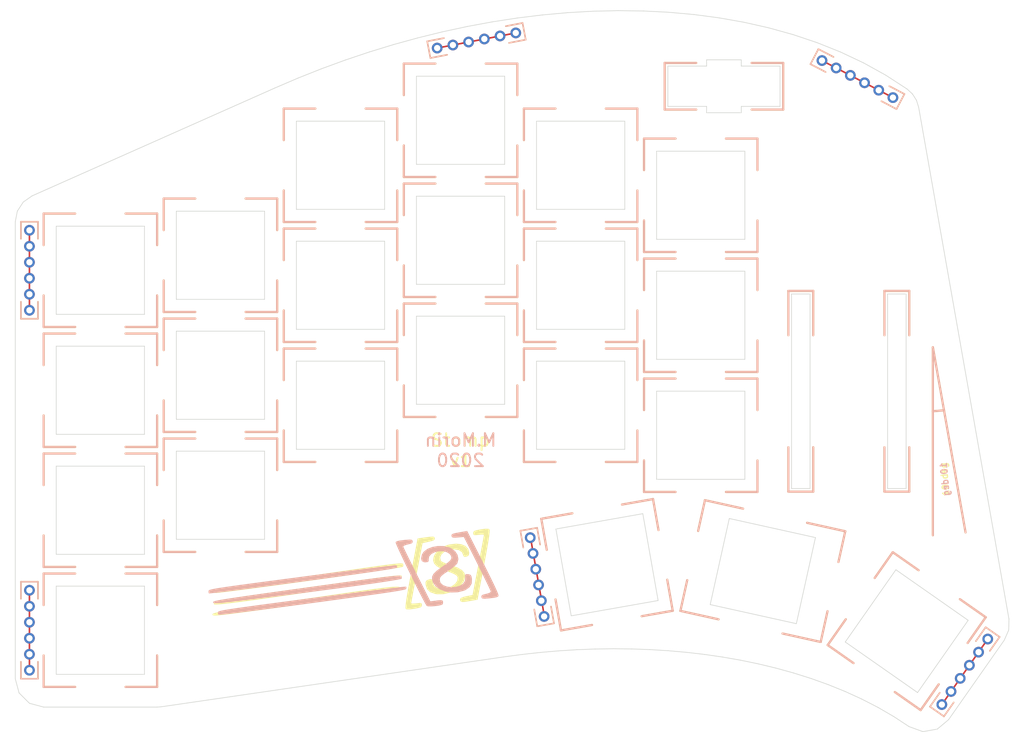
<source format=kicad_pcb>
(kicad_pcb (version 20171130) (host pcbnew "(5.1.4)-1")

  (general
    (thickness 1.6)
    (drawings 576)
    (tracks 8)
    (zones 0)
    (modules 8)
    (nets 7)
  )

  (page A4)
  (layers
    (0 F.Cu signal)
    (31 B.Cu signal)
    (32 B.Adhes user)
    (33 F.Adhes user)
    (34 B.Paste user)
    (35 F.Paste user)
    (36 B.SilkS user)
    (37 F.SilkS user)
    (38 B.Mask user)
    (39 F.Mask user)
    (40 Dwgs.User user)
    (41 Cmts.User user)
    (42 Eco1.User user)
    (43 Eco2.User user)
    (44 Edge.Cuts user)
    (45 Margin user)
    (46 B.CrtYd user)
    (47 F.CrtYd user)
    (48 B.Fab user)
    (49 F.Fab user)
  )

  (setup
    (last_trace_width 0.25)
    (trace_clearance 0.2)
    (zone_clearance 0.508)
    (zone_45_only no)
    (trace_min 0.2)
    (via_size 0.8)
    (via_drill 0.4)
    (via_min_size 0.4)
    (via_min_drill 0.3)
    (uvia_size 0.3)
    (uvia_drill 0.1)
    (uvias_allowed no)
    (uvia_min_size 0.2)
    (uvia_min_drill 0.1)
    (edge_width 0.05)
    (segment_width 0.2)
    (pcb_text_width 0.3)
    (pcb_text_size 1.5 1.5)
    (mod_edge_width 0.12)
    (mod_text_size 1 1)
    (mod_text_width 0.15)
    (pad_size 1.524 1.524)
    (pad_drill 0.762)
    (pad_to_mask_clearance 0.051)
    (solder_mask_min_width 0.25)
    (aux_axis_origin 0 0)
    (visible_elements 7EFFFFFF)
    (pcbplotparams
      (layerselection 0x010fc_ffffffff)
      (usegerberextensions true)
      (usegerberattributes false)
      (usegerberadvancedattributes false)
      (creategerberjobfile false)
      (excludeedgelayer true)
      (linewidth 0.100000)
      (plotframeref false)
      (viasonmask false)
      (mode 1)
      (useauxorigin false)
      (hpglpennumber 1)
      (hpglpenspeed 20)
      (hpglpendiameter 15.000000)
      (psnegative false)
      (psa4output false)
      (plotreference true)
      (plotvalue true)
      (plotinvisibletext false)
      (padsonsilk false)
      (subtractmaskfromsilk false)
      (outputformat 1)
      (mirror false)
      (drillshape 0)
      (scaleselection 1)
      (outputdirectory "gerbers/"))
  )

  (net 0 "")
  (net 1 "Net-(J1-Pad1)")
  (net 2 "Net-(J2-Pad1)")
  (net 3 "Net-(J3-Pad1)")
  (net 4 "Net-(J4-Pad1)")
  (net 5 "Net-(J5-Pad1)")
  (net 6 "Net-(J6-Pad1)")

  (net_class Default "This is the default net class."
    (clearance 0.2)
    (trace_width 0.25)
    (via_dia 0.8)
    (via_drill 0.4)
    (uvia_dia 0.3)
    (uvia_drill 0.1)
    (add_net "Net-(J1-Pad1)")
    (add_net "Net-(J2-Pad1)")
    (add_net "Net-(J3-Pad1)")
    (add_net "Net-(J4-Pad1)")
    (add_net "Net-(J5-Pad1)")
    (add_net "Net-(J6-Pad1)")
  )

  (module keyboard-parts:header_sym_1x06_2.54mm (layer F.Cu) (tedit 5F514A80) (tstamp 5F0CF828)
    (at 20.964929 -63.128547 242.4)
    (path /5EF6C61D)
    (fp_text reference J6 (at 0 -2.33 62.4) (layer F.SilkS) hide
      (effects (font (size 1 1) (thickness 0.15)))
    )
    (fp_text value Conn_01x06 (at 0 15.24 62.4) (layer F.Fab)
      (effects (font (size 1 1) (thickness 0.15)))
    )
    (fp_line (start -1.35 -1.35) (end 1.35 -1.35) (layer F.SilkS) (width 0.25))
    (fp_line (start -1.35 14.05) (end -1.35 11.35) (layer F.SilkS) (width 0.25))
    (fp_line (start 1.35 14.05) (end 1.35 11.35) (layer F.SilkS) (width 0.25))
    (fp_line (start -1.35 14.05) (end 1.35 14.05) (layer F.SilkS) (width 0.25))
    (fp_line (start 1.35 -1.35) (end 1.35 1.35) (layer F.SilkS) (width 0.25))
    (fp_line (start -1.35 1.35) (end -1.35 -1.35) (layer F.SilkS) (width 0.25))
    (fp_line (start -0.635 -1.27) (end 1.27 -1.27) (layer F.Fab) (width 0.1))
    (fp_line (start 1.27 -1.27) (end 1.27 13.97) (layer F.Fab) (width 0.1))
    (fp_line (start 1.27 13.97) (end -1.27 13.97) (layer F.Fab) (width 0.1))
    (fp_line (start -1.27 13.97) (end -1.27 -0.635) (layer F.Fab) (width 0.1))
    (fp_line (start -1.27 -0.635) (end -0.635 -1.27) (layer F.Fab) (width 0.1))
    (fp_line (start 1.35 14.05) (end -1.35 14.05) (layer B.SilkS) (width 0.25))
    (fp_line (start -1.8 -1.8) (end -1.8 14.49) (layer F.CrtYd) (width 0.05))
    (fp_line (start -1.8 14.49) (end 1.8 14.49) (layer F.CrtYd) (width 0.05))
    (fp_line (start 1.8 14.49) (end 1.8 -1.8) (layer F.CrtYd) (width 0.05))
    (fp_line (start 1.8 -1.8) (end -1.8 -1.8) (layer F.CrtYd) (width 0.05))
    (fp_text user %R (at 0 5.08 152.4) (layer F.Fab)
      (effects (font (size 1 1) (thickness 0.15)))
    )
    (fp_line (start -1.35 14.05) (end -1.35 11.35) (layer B.SilkS) (width 0.25))
    (fp_line (start 1.35 14.05) (end 1.35 11.35) (layer B.SilkS) (width 0.25))
    (fp_line (start 1.35 1.35) (end 1.35 -1.35) (layer B.SilkS) (width 0.25))
    (fp_line (start 1.35 -1.35) (end -1.35 -1.35) (layer B.SilkS) (width 0.25))
    (fp_line (start -1.35 -1.35) (end -1.35 1.35) (layer B.SilkS) (width 0.25))
    (fp_text user %R (at 0 -2.33 62.4) (layer B.SilkS) hide
      (effects (font (size 1 1) (thickness 0.15)) (justify mirror))
    )
    (pad 5 thru_hole oval (at 0 10.16 242.4) (size 1.7 1.7) (drill 1) (layers *.Cu *.Mask)
      (net 6 "Net-(J6-Pad1)"))
    (pad 1 thru_hole circle (at 0 0 242.4) (size 1.7 1.7) (drill 1) (layers *.Cu *.Mask)
      (net 6 "Net-(J6-Pad1)"))
    (pad 2 thru_hole oval (at 0 2.54 242.4) (size 1.7 1.7) (drill 1) (layers *.Cu *.Mask)
      (net 6 "Net-(J6-Pad1)"))
    (pad 3 thru_hole oval (at 0 5.08 242.4) (size 1.7 1.7) (drill 1) (layers *.Cu *.Mask)
      (net 6 "Net-(J6-Pad1)"))
    (pad 4 thru_hole oval (at 0 7.62 242.4) (size 1.7 1.7) (drill 1) (layers *.Cu *.Mask)
      (net 6 "Net-(J6-Pad1)"))
    (pad 6 thru_hole oval (at 0 12.7 242.4) (size 1.7 1.7) (drill 1) (layers *.Cu *.Mask)
      (net 6 "Net-(J6-Pad1)"))
    (model ${KISYS3DMOD}/Connector_PinHeader_2.54mm.3dshapes/PinHeader_1x06_P2.54mm_Vertical.wrl
      (at (xyz 0 0 0))
      (scale (xyz 1 1 1))
      (rotate (xyz 0 0 0))
    )
  )

  (module keyboard-parts:header_sym_1x06_2.54mm (layer F.Cu) (tedit 5F514A80) (tstamp 5EF6E298)
    (at 28.726286 33.229798 145)
    (path /5EF6C25E)
    (fp_text reference J5 (at 0 -2.33 145) (layer F.SilkS) hide
      (effects (font (size 1 1) (thickness 0.15)))
    )
    (fp_text value Conn_01x06 (at 0 15.24 145) (layer F.Fab)
      (effects (font (size 1 1) (thickness 0.15)))
    )
    (fp_line (start -1.35 -1.35) (end 1.35 -1.35) (layer F.SilkS) (width 0.25))
    (fp_line (start -1.35 14.05) (end -1.35 11.35) (layer F.SilkS) (width 0.25))
    (fp_line (start 1.35 14.05) (end 1.35 11.35) (layer F.SilkS) (width 0.25))
    (fp_line (start -1.35 14.05) (end 1.35 14.05) (layer F.SilkS) (width 0.25))
    (fp_line (start 1.35 -1.35) (end 1.35 1.35) (layer F.SilkS) (width 0.25))
    (fp_line (start -1.35 1.35) (end -1.35 -1.35) (layer F.SilkS) (width 0.25))
    (fp_line (start -0.635 -1.27) (end 1.27 -1.27) (layer F.Fab) (width 0.1))
    (fp_line (start 1.27 -1.27) (end 1.27 13.97) (layer F.Fab) (width 0.1))
    (fp_line (start 1.27 13.97) (end -1.27 13.97) (layer F.Fab) (width 0.1))
    (fp_line (start -1.27 13.97) (end -1.27 -0.635) (layer F.Fab) (width 0.1))
    (fp_line (start -1.27 -0.635) (end -0.635 -1.27) (layer F.Fab) (width 0.1))
    (fp_line (start 1.35 14.05) (end -1.35 14.05) (layer B.SilkS) (width 0.25))
    (fp_line (start -1.8 -1.8) (end -1.8 14.49) (layer F.CrtYd) (width 0.05))
    (fp_line (start -1.8 14.49) (end 1.8 14.49) (layer F.CrtYd) (width 0.05))
    (fp_line (start 1.8 14.49) (end 1.8 -1.8) (layer F.CrtYd) (width 0.05))
    (fp_line (start 1.8 -1.8) (end -1.8 -1.8) (layer F.CrtYd) (width 0.05))
    (fp_text user %R (at 0 5.08 55) (layer F.Fab)
      (effects (font (size 1 1) (thickness 0.15)))
    )
    (fp_line (start -1.35 14.05) (end -1.35 11.35) (layer B.SilkS) (width 0.25))
    (fp_line (start 1.35 14.05) (end 1.35 11.35) (layer B.SilkS) (width 0.25))
    (fp_line (start 1.35 1.35) (end 1.35 -1.35) (layer B.SilkS) (width 0.25))
    (fp_line (start 1.35 -1.35) (end -1.35 -1.35) (layer B.SilkS) (width 0.25))
    (fp_line (start -1.35 -1.35) (end -1.35 1.35) (layer B.SilkS) (width 0.25))
    (fp_text user %R (at 0 -2.33 145) (layer B.SilkS) hide
      (effects (font (size 1 1) (thickness 0.15)) (justify mirror))
    )
    (pad 5 thru_hole oval (at 0 10.16 145) (size 1.7 1.7) (drill 1) (layers *.Cu *.Mask)
      (net 5 "Net-(J5-Pad1)"))
    (pad 1 thru_hole circle (at 0 0 145) (size 1.7 1.7) (drill 1) (layers *.Cu *.Mask)
      (net 5 "Net-(J5-Pad1)"))
    (pad 2 thru_hole oval (at 0 2.54 145) (size 1.7 1.7) (drill 1) (layers *.Cu *.Mask)
      (net 5 "Net-(J5-Pad1)"))
    (pad 3 thru_hole oval (at 0 5.08 145) (size 1.7 1.7) (drill 1) (layers *.Cu *.Mask)
      (net 5 "Net-(J5-Pad1)"))
    (pad 4 thru_hole oval (at 0 7.62 145) (size 1.7 1.7) (drill 1) (layers *.Cu *.Mask)
      (net 5 "Net-(J5-Pad1)"))
    (pad 6 thru_hole oval (at 0 12.7 145) (size 1.7 1.7) (drill 1) (layers *.Cu *.Mask)
      (net 5 "Net-(J5-Pad1)"))
    (model ${KISYS3DMOD}/Connector_PinHeader_2.54mm.3dshapes/PinHeader_1x06_P2.54mm_Vertical.wrl
      (at (xyz 0 0 0))
      (scale (xyz 1 1 1))
      (rotate (xyz 0 0 0))
    )
  )

  (module keyboard-parts:header_sym_1x06_2.54mm (layer F.Cu) (tedit 5F514A80) (tstamp 5EF6E277)
    (at -34.371466 19.241365 190)
    (path /5EF6BD71)
    (fp_text reference J4 (at 0 -2.33 10) (layer F.SilkS) hide
      (effects (font (size 1 1) (thickness 0.15)))
    )
    (fp_text value Conn_01x06 (at 0 15.24 10) (layer F.Fab)
      (effects (font (size 1 1) (thickness 0.15)))
    )
    (fp_line (start -1.35 -1.35) (end 1.35 -1.35) (layer F.SilkS) (width 0.25))
    (fp_line (start -1.35 14.05) (end -1.35 11.35) (layer F.SilkS) (width 0.25))
    (fp_line (start 1.35 14.05) (end 1.35 11.35) (layer F.SilkS) (width 0.25))
    (fp_line (start -1.35 14.05) (end 1.35 14.05) (layer F.SilkS) (width 0.25))
    (fp_line (start 1.35 -1.35) (end 1.35 1.35) (layer F.SilkS) (width 0.25))
    (fp_line (start -1.35 1.35) (end -1.35 -1.35) (layer F.SilkS) (width 0.25))
    (fp_line (start -0.635 -1.27) (end 1.27 -1.27) (layer F.Fab) (width 0.1))
    (fp_line (start 1.27 -1.27) (end 1.27 13.97) (layer F.Fab) (width 0.1))
    (fp_line (start 1.27 13.97) (end -1.27 13.97) (layer F.Fab) (width 0.1))
    (fp_line (start -1.27 13.97) (end -1.27 -0.635) (layer F.Fab) (width 0.1))
    (fp_line (start -1.27 -0.635) (end -0.635 -1.27) (layer F.Fab) (width 0.1))
    (fp_line (start 1.35 14.05) (end -1.35 14.05) (layer B.SilkS) (width 0.25))
    (fp_line (start -1.8 -1.8) (end -1.8 14.49) (layer F.CrtYd) (width 0.05))
    (fp_line (start -1.8 14.49) (end 1.8 14.49) (layer F.CrtYd) (width 0.05))
    (fp_line (start 1.8 14.49) (end 1.8 -1.8) (layer F.CrtYd) (width 0.05))
    (fp_line (start 1.8 -1.8) (end -1.8 -1.8) (layer F.CrtYd) (width 0.05))
    (fp_text user %R (at 0 5.08 100) (layer F.Fab)
      (effects (font (size 1 1) (thickness 0.15)))
    )
    (fp_line (start -1.35 14.05) (end -1.35 11.35) (layer B.SilkS) (width 0.25))
    (fp_line (start 1.35 14.05) (end 1.35 11.35) (layer B.SilkS) (width 0.25))
    (fp_line (start 1.35 1.35) (end 1.35 -1.35) (layer B.SilkS) (width 0.25))
    (fp_line (start 1.35 -1.35) (end -1.35 -1.35) (layer B.SilkS) (width 0.25))
    (fp_line (start -1.35 -1.35) (end -1.35 1.35) (layer B.SilkS) (width 0.25))
    (fp_text user %R (at 0 -2.33 10) (layer B.SilkS) hide
      (effects (font (size 1 1) (thickness 0.15)) (justify mirror))
    )
    (pad 5 thru_hole oval (at 0 10.16 190) (size 1.7 1.7) (drill 1) (layers *.Cu *.Mask)
      (net 4 "Net-(J4-Pad1)"))
    (pad 1 thru_hole circle (at 0 0 190) (size 1.7 1.7) (drill 1) (layers *.Cu *.Mask)
      (net 4 "Net-(J4-Pad1)"))
    (pad 2 thru_hole oval (at 0 2.54 190) (size 1.7 1.7) (drill 1) (layers *.Cu *.Mask)
      (net 4 "Net-(J4-Pad1)"))
    (pad 3 thru_hole oval (at 0 5.08 190) (size 1.7 1.7) (drill 1) (layers *.Cu *.Mask)
      (net 4 "Net-(J4-Pad1)"))
    (pad 4 thru_hole oval (at 0 7.62 190) (size 1.7 1.7) (drill 1) (layers *.Cu *.Mask)
      (net 4 "Net-(J4-Pad1)"))
    (pad 6 thru_hole oval (at 0 12.7 190) (size 1.7 1.7) (drill 1) (layers *.Cu *.Mask)
      (net 4 "Net-(J4-Pad1)"))
    (model ${KISYS3DMOD}/Connector_PinHeader_2.54mm.3dshapes/PinHeader_1x06_P2.54mm_Vertical.wrl
      (at (xyz 0 0 0))
      (scale (xyz 1 1 1))
      (rotate (xyz 0 0 0))
    )
  )

  (module keyboard-parts:header_sym_1x06_2.54mm (layer F.Cu) (tedit 5F514A80) (tstamp 5EF6E256)
    (at -116.025 27.781248 180)
    (path /5EF6B852)
    (fp_text reference J3 (at 0 -2.33) (layer F.SilkS) hide
      (effects (font (size 1 1) (thickness 0.15)))
    )
    (fp_text value Conn_01x06 (at 0 15.24) (layer F.Fab)
      (effects (font (size 1 1) (thickness 0.15)))
    )
    (fp_line (start -1.35 -1.35) (end 1.35 -1.35) (layer F.SilkS) (width 0.25))
    (fp_line (start -1.35 14.05) (end -1.35 11.35) (layer F.SilkS) (width 0.25))
    (fp_line (start 1.35 14.05) (end 1.35 11.35) (layer F.SilkS) (width 0.25))
    (fp_line (start -1.35 14.05) (end 1.35 14.05) (layer F.SilkS) (width 0.25))
    (fp_line (start 1.35 -1.35) (end 1.35 1.35) (layer F.SilkS) (width 0.25))
    (fp_line (start -1.35 1.35) (end -1.35 -1.35) (layer F.SilkS) (width 0.25))
    (fp_line (start -0.635 -1.27) (end 1.27 -1.27) (layer F.Fab) (width 0.1))
    (fp_line (start 1.27 -1.27) (end 1.27 13.97) (layer F.Fab) (width 0.1))
    (fp_line (start 1.27 13.97) (end -1.27 13.97) (layer F.Fab) (width 0.1))
    (fp_line (start -1.27 13.97) (end -1.27 -0.635) (layer F.Fab) (width 0.1))
    (fp_line (start -1.27 -0.635) (end -0.635 -1.27) (layer F.Fab) (width 0.1))
    (fp_line (start 1.35 14.05) (end -1.35 14.05) (layer B.SilkS) (width 0.25))
    (fp_line (start -1.8 -1.8) (end -1.8 14.49) (layer F.CrtYd) (width 0.05))
    (fp_line (start -1.8 14.49) (end 1.8 14.49) (layer F.CrtYd) (width 0.05))
    (fp_line (start 1.8 14.49) (end 1.8 -1.8) (layer F.CrtYd) (width 0.05))
    (fp_line (start 1.8 -1.8) (end -1.8 -1.8) (layer F.CrtYd) (width 0.05))
    (fp_text user %R (at 0 5.08 90) (layer F.Fab)
      (effects (font (size 1 1) (thickness 0.15)))
    )
    (fp_line (start -1.35 14.05) (end -1.35 11.35) (layer B.SilkS) (width 0.25))
    (fp_line (start 1.35 14.05) (end 1.35 11.35) (layer B.SilkS) (width 0.25))
    (fp_line (start 1.35 1.35) (end 1.35 -1.35) (layer B.SilkS) (width 0.25))
    (fp_line (start 1.35 -1.35) (end -1.35 -1.35) (layer B.SilkS) (width 0.25))
    (fp_line (start -1.35 -1.35) (end -1.35 1.35) (layer B.SilkS) (width 0.25))
    (fp_text user %R (at 0 -2.33) (layer B.SilkS) hide
      (effects (font (size 1 1) (thickness 0.15)) (justify mirror))
    )
    (pad 5 thru_hole oval (at 0 10.16 180) (size 1.7 1.7) (drill 1) (layers *.Cu *.Mask)
      (net 3 "Net-(J3-Pad1)"))
    (pad 1 thru_hole circle (at 0 0 180) (size 1.7 1.7) (drill 1) (layers *.Cu *.Mask)
      (net 3 "Net-(J3-Pad1)"))
    (pad 2 thru_hole oval (at 0 2.54 180) (size 1.7 1.7) (drill 1) (layers *.Cu *.Mask)
      (net 3 "Net-(J3-Pad1)"))
    (pad 3 thru_hole oval (at 0 5.08 180) (size 1.7 1.7) (drill 1) (layers *.Cu *.Mask)
      (net 3 "Net-(J3-Pad1)"))
    (pad 4 thru_hole oval (at 0 7.62 180) (size 1.7 1.7) (drill 1) (layers *.Cu *.Mask)
      (net 3 "Net-(J3-Pad1)"))
    (pad 6 thru_hole oval (at 0 12.7 180) (size 1.7 1.7) (drill 1) (layers *.Cu *.Mask)
      (net 3 "Net-(J3-Pad1)"))
    (model ${KISYS3DMOD}/Connector_PinHeader_2.54mm.3dshapes/PinHeader_1x06_P2.54mm_Vertical.wrl
      (at (xyz 0 0 0))
      (scale (xyz 1 1 1))
      (rotate (xyz 0 0 0))
    )
  )

  (module keyboard-parts:header_sym_1x06_2.54mm (layer F.Cu) (tedit 5F514A80) (tstamp 5EF6E235)
    (at -116.025 -42.06875)
    (path /5EF6B0C9)
    (fp_text reference J2 (at 0 -2.33) (layer F.SilkS) hide
      (effects (font (size 1 1) (thickness 0.15)))
    )
    (fp_text value Conn_01x06 (at 0 15.24) (layer F.Fab)
      (effects (font (size 1 1) (thickness 0.15)))
    )
    (fp_line (start -1.35 -1.35) (end 1.35 -1.35) (layer F.SilkS) (width 0.25))
    (fp_line (start -1.35 14.05) (end -1.35 11.35) (layer F.SilkS) (width 0.25))
    (fp_line (start 1.35 14.05) (end 1.35 11.35) (layer F.SilkS) (width 0.25))
    (fp_line (start -1.35 14.05) (end 1.35 14.05) (layer F.SilkS) (width 0.25))
    (fp_line (start 1.35 -1.35) (end 1.35 1.35) (layer F.SilkS) (width 0.25))
    (fp_line (start -1.35 1.35) (end -1.35 -1.35) (layer F.SilkS) (width 0.25))
    (fp_line (start -0.635 -1.27) (end 1.27 -1.27) (layer F.Fab) (width 0.1))
    (fp_line (start 1.27 -1.27) (end 1.27 13.97) (layer F.Fab) (width 0.1))
    (fp_line (start 1.27 13.97) (end -1.27 13.97) (layer F.Fab) (width 0.1))
    (fp_line (start -1.27 13.97) (end -1.27 -0.635) (layer F.Fab) (width 0.1))
    (fp_line (start -1.27 -0.635) (end -0.635 -1.27) (layer F.Fab) (width 0.1))
    (fp_line (start 1.35 14.05) (end -1.35 14.05) (layer B.SilkS) (width 0.25))
    (fp_line (start -1.8 -1.8) (end -1.8 14.49) (layer F.CrtYd) (width 0.05))
    (fp_line (start -1.8 14.49) (end 1.8 14.49) (layer F.CrtYd) (width 0.05))
    (fp_line (start 1.8 14.49) (end 1.8 -1.8) (layer F.CrtYd) (width 0.05))
    (fp_line (start 1.8 -1.8) (end -1.8 -1.8) (layer F.CrtYd) (width 0.05))
    (fp_text user %R (at 0 5.08 90) (layer F.Fab)
      (effects (font (size 1 1) (thickness 0.15)))
    )
    (fp_line (start -1.35 14.05) (end -1.35 11.35) (layer B.SilkS) (width 0.25))
    (fp_line (start 1.35 14.05) (end 1.35 11.35) (layer B.SilkS) (width 0.25))
    (fp_line (start 1.35 1.35) (end 1.35 -1.35) (layer B.SilkS) (width 0.25))
    (fp_line (start 1.35 -1.35) (end -1.35 -1.35) (layer B.SilkS) (width 0.25))
    (fp_line (start -1.35 -1.35) (end -1.35 1.35) (layer B.SilkS) (width 0.25))
    (fp_text user %R (at 0 -2.33) (layer B.SilkS) hide
      (effects (font (size 1 1) (thickness 0.15)) (justify mirror))
    )
    (pad 5 thru_hole oval (at 0 10.16) (size 1.7 1.7) (drill 1) (layers *.Cu *.Mask)
      (net 2 "Net-(J2-Pad1)"))
    (pad 1 thru_hole circle (at 0 0) (size 1.7 1.7) (drill 1) (layers *.Cu *.Mask)
      (net 2 "Net-(J2-Pad1)"))
    (pad 2 thru_hole oval (at 0 2.54) (size 1.7 1.7) (drill 1) (layers *.Cu *.Mask)
      (net 2 "Net-(J2-Pad1)"))
    (pad 3 thru_hole oval (at 0 5.08) (size 1.7 1.7) (drill 1) (layers *.Cu *.Mask)
      (net 2 "Net-(J2-Pad1)"))
    (pad 4 thru_hole oval (at 0 7.62) (size 1.7 1.7) (drill 1) (layers *.Cu *.Mask)
      (net 2 "Net-(J2-Pad1)"))
    (pad 6 thru_hole oval (at 0 12.7) (size 1.7 1.7) (drill 1) (layers *.Cu *.Mask)
      (net 2 "Net-(J2-Pad1)"))
    (model ${KISYS3DMOD}/Connector_PinHeader_2.54mm.3dshapes/PinHeader_1x06_P2.54mm_Vertical.wrl
      (at (xyz 0 0 0))
      (scale (xyz 1 1 1))
      (rotate (xyz 0 0 0))
    )
  )

  (module keyboard-parts:header_sym_1x06_2.54mm (layer F.Cu) (tedit 5F514A80) (tstamp 5EF6E214)
    (at -51.340457 -70.995594 100.9)
    (path /5EF69161)
    (fp_text reference J1 (at 0 -2.33 100.9) (layer F.SilkS) hide
      (effects (font (size 1 1) (thickness 0.15)))
    )
    (fp_text value Conn_01x06 (at 0 15.24 100.9) (layer F.Fab)
      (effects (font (size 1 1) (thickness 0.15)))
    )
    (fp_line (start -1.35 -1.35) (end 1.35 -1.35) (layer F.SilkS) (width 0.25))
    (fp_line (start -1.35 14.05) (end -1.35 11.35) (layer F.SilkS) (width 0.25))
    (fp_line (start 1.35 14.05) (end 1.35 11.35) (layer F.SilkS) (width 0.25))
    (fp_line (start -1.35 14.05) (end 1.35 14.05) (layer F.SilkS) (width 0.25))
    (fp_line (start 1.35 -1.35) (end 1.35 1.35) (layer F.SilkS) (width 0.25))
    (fp_line (start -1.35 1.35) (end -1.35 -1.35) (layer F.SilkS) (width 0.25))
    (fp_line (start -0.635 -1.27) (end 1.27 -1.27) (layer F.Fab) (width 0.1))
    (fp_line (start 1.27 -1.27) (end 1.27 13.97) (layer F.Fab) (width 0.1))
    (fp_line (start 1.27 13.97) (end -1.27 13.97) (layer F.Fab) (width 0.1))
    (fp_line (start -1.27 13.97) (end -1.27 -0.635) (layer F.Fab) (width 0.1))
    (fp_line (start -1.27 -0.635) (end -0.635 -1.27) (layer F.Fab) (width 0.1))
    (fp_line (start 1.35 14.05) (end -1.35 14.05) (layer B.SilkS) (width 0.25))
    (fp_line (start -1.8 -1.8) (end -1.8 14.49) (layer F.CrtYd) (width 0.05))
    (fp_line (start -1.8 14.49) (end 1.8 14.49) (layer F.CrtYd) (width 0.05))
    (fp_line (start 1.8 14.49) (end 1.8 -1.8) (layer F.CrtYd) (width 0.05))
    (fp_line (start 1.8 -1.8) (end -1.8 -1.8) (layer F.CrtYd) (width 0.05))
    (fp_text user %R (at 0 5.08 10.9) (layer F.Fab)
      (effects (font (size 1 1) (thickness 0.15)))
    )
    (fp_line (start -1.35 14.05) (end -1.35 11.35) (layer B.SilkS) (width 0.25))
    (fp_line (start 1.35 14.05) (end 1.35 11.35) (layer B.SilkS) (width 0.25))
    (fp_line (start 1.35 1.35) (end 1.35 -1.35) (layer B.SilkS) (width 0.25))
    (fp_line (start 1.35 -1.35) (end -1.35 -1.35) (layer B.SilkS) (width 0.25))
    (fp_line (start -1.35 -1.35) (end -1.35 1.35) (layer B.SilkS) (width 0.25))
    (fp_text user %R (at 0 -2.33 100.9) (layer B.SilkS) hide
      (effects (font (size 1 1) (thickness 0.15)) (justify mirror))
    )
    (pad 5 thru_hole oval (at 0 10.16 100.9) (size 1.7 1.7) (drill 1) (layers *.Cu *.Mask)
      (net 1 "Net-(J1-Pad1)"))
    (pad 1 thru_hole circle (at 0 0 100.9) (size 1.7 1.7) (drill 1) (layers *.Cu *.Mask)
      (net 1 "Net-(J1-Pad1)"))
    (pad 2 thru_hole oval (at 0 2.54 100.9) (size 1.7 1.7) (drill 1) (layers *.Cu *.Mask)
      (net 1 "Net-(J1-Pad1)"))
    (pad 3 thru_hole oval (at 0 5.08 100.9) (size 1.7 1.7) (drill 1) (layers *.Cu *.Mask)
      (net 1 "Net-(J1-Pad1)"))
    (pad 4 thru_hole oval (at 0 7.62 100.9) (size 1.7 1.7) (drill 1) (layers *.Cu *.Mask)
      (net 1 "Net-(J1-Pad1)"))
    (pad 6 thru_hole oval (at 0 12.7 100.9) (size 1.7 1.7) (drill 1) (layers *.Cu *.Mask)
      (net 1 "Net-(J1-Pad1)"))
    (model ${KISYS3DMOD}/Connector_PinHeader_2.54mm.3dshapes/PinHeader_1x06_P2.54mm_Vertical.wrl
      (at (xyz 0 0 0))
      (scale (xyz 1 1 1))
      (rotate (xyz 0 0 0))
    )
  )

  (module logos:smark (layer B.Cu) (tedit 0) (tstamp 5EF69370)
    (at -64.77 13.81125 187.9)
    (fp_text reference G*** (at 0 0 7.9) (layer B.SilkS) hide
      (effects (font (size 1.524 1.524) (thickness 0.3)) (justify mirror))
    )
    (fp_text value LOGO (at 0.75 0 7.9) (layer B.SilkS) hide
      (effects (font (size 1.524 1.524) (thickness 0.3)) (justify mirror))
    )
    (fp_poly (pts (xy 19.975309 2.019697) (xy 20.783813 2.010902) (xy 21.421019 1.997218) (xy 21.907568 1.978399)
      (xy 22.264098 1.954201) (xy 22.511249 1.924379) (xy 22.66966 1.888687) (xy 22.75997 1.846881)
      (xy 22.802818 1.798715) (xy 22.808174 1.786595) (xy 22.84542 1.485967) (xy 22.79956 1.380494)
      (xy 22.617453 1.362295) (xy 22.123073 1.343752) (xy 21.34057 1.325139) (xy 20.294096 1.306737)
      (xy 19.007801 1.28882) (xy 17.505835 1.271668) (xy 15.812348 1.255557) (xy 13.951492 1.240764)
      (xy 11.947417 1.227568) (xy 9.824273 1.216245) (xy 7.741145 1.207555) (xy 4.986894 1.198738)
      (xy 2.554355 1.193499) (xy 0.428832 1.191976) (xy -1.404371 1.194306) (xy -2.959947 1.200627)
      (xy -4.252593 1.211077) (xy -5.297003 1.225792) (xy -6.107872 1.244911) (xy -6.699895 1.26857)
      (xy -7.087768 1.296906) (xy -7.286186 1.330058) (xy -7.318872 1.348371) (xy -7.334468 1.622702)
      (xy -7.282865 1.699652) (xy -7.091059 1.726683) (xy -6.581089 1.754287) (xy -5.771212 1.782142)
      (xy -4.679686 1.809927) (xy -3.324769 1.837321) (xy -1.724718 1.864003) (xy 0.102207 1.88965)
      (xy 2.13775 1.913941) (xy 4.363652 1.936555) (xy 6.761656 1.957171) (xy 7.785767 1.964938)
      (xy 10.371249 1.983508) (xy 12.64096 1.998905) (xy 14.615538 2.010882) (xy 16.315623 2.019194)
      (xy 17.761853 2.023598) (xy 18.974869 2.023847) (xy 19.975309 2.019697)) (layer B.SilkS) (width 0.01))
    (fp_poly (pts (xy 10.021408 0.167946) (xy 12.292539 0.166879) (xy 14.268053 0.164608) (xy 15.968351 0.160731)
      (xy 17.413836 0.154844) (xy 18.62491 0.146545) (xy 19.621976 0.13543) (xy 20.425438 0.121097)
      (xy 21.055697 0.103143) (xy 21.533156 0.081164) (xy 21.878218 0.054759) (xy 22.111286 0.023523)
      (xy 22.252762 -0.012945) (xy 22.323048 -0.05505) (xy 22.342548 -0.103193) (xy 22.340341 -0.126159)
      (xy 22.308091 -0.196319) (xy 22.221351 -0.255274) (xy 22.051209 -0.304529) (xy 21.768756 -0.345592)
      (xy 21.345081 -0.37997) (xy 20.751274 -0.409168) (xy 19.958423 -0.434694) (xy 18.937619 -0.458053)
      (xy 17.659951 -0.480753) (xy 16.096509 -0.504301) (xy 14.716417 -0.523458) (xy 11.737981 -0.561494)
      (xy 8.909128 -0.592697) (xy 6.245625 -0.617088) (xy 3.763237 -0.634683) (xy 1.477729 -0.645502)
      (xy -0.595131 -0.649563) (xy -2.439579 -0.646883) (xy -4.039849 -0.637482) (xy -5.380174 -0.621378)
      (xy -6.444789 -0.598588) (xy -7.217929 -0.569132) (xy -7.683827 -0.533028) (xy -7.826409 -0.497267)
      (xy -7.824417 -0.237823) (xy -7.731633 -0.076737) (xy -7.660522 -0.033811) (xy -7.509646 0.003915)
      (xy -7.259075 0.036763) (xy -6.888879 0.065055) (xy -6.379129 0.089113) (xy -5.709893 0.109258)
      (xy -4.861243 0.125813) (xy -3.813247 0.139099) (xy -2.545977 0.149439) (xy -1.039501 0.157154)
      (xy 0.726109 0.162566) (xy 2.770785 0.165997) (xy 5.114455 0.167769) (xy 7.434255 0.168212)
      (xy 10.021408 0.167946)) (layer B.SilkS) (width 0.01))
    (fp_poly (pts (xy 18.991511 -1.545344) (xy 19.802275 -1.554004) (xy 20.440868 -1.567623) (xy 20.92782 -1.586419)
      (xy 21.28366 -1.61061) (xy 21.528919 -1.640412) (xy 21.684125 -1.676044) (xy 21.769809 -1.717724)
      (xy 21.806135 -1.764701) (xy 21.824019 -2.0763) (xy 21.763726 -2.188544) (xy 21.576929 -2.211112)
      (xy 21.077742 -2.233755) (xy 20.290202 -2.256156) (xy 19.238342 -2.277996) (xy 17.946198 -2.298956)
      (xy 16.437805 -2.318717) (xy 14.737197 -2.336961) (xy 12.868409 -2.353369) (xy 10.855476 -2.367623)
      (xy 8.722433 -2.379403) (xy 6.756151 -2.387503) (xy 4.095763 -2.395912) (xy 1.753381 -2.401394)
      (xy -0.289402 -2.403745) (xy -2.050994 -2.402761) (xy -3.549802 -2.398241) (xy -4.804232 -2.38998)
      (xy -5.832691 -2.377777) (xy -6.653587 -2.361427) (xy -7.285327 -2.340729) (xy -7.746317 -2.315479)
      (xy -8.054966 -2.285474) (xy -8.229679 -2.250512) (xy -8.283276 -2.221679) (xy -8.366475 -1.957971)
      (xy -8.310951 -1.863315) (xy -8.12374 -1.841142) (xy -7.624343 -1.817448) (xy -6.83699 -1.792647)
      (xy -5.785912 -1.767153) (xy -4.495341 -1.741381) (xy -2.989509 -1.715746) (xy -1.292645 -1.690662)
      (xy 0.571017 -1.666544) (xy 2.577248 -1.643806) (xy 4.701816 -1.622863) (xy 6.770885 -1.605296)
      (xy 9.361677 -1.585336) (xy 11.63659 -1.568812) (xy 13.616153 -1.555942) (xy 15.320897 -1.546942)
      (xy 16.771352 -1.542031) (xy 17.988047 -1.541425) (xy 18.991511 -1.545344)) (layer B.SilkS) (width 0.01))
    (fp_poly (pts (xy -13.281735 3.801046) (xy -12.484198 3.602582) (xy -11.855971 3.250228) (xy -11.508727 2.832937)
      (xy -11.295266 2.235753) (xy -11.358072 1.815501) (xy -11.693844 1.58302) (xy -11.900994 1.545303)
      (xy -12.277681 1.541033) (xy -12.425956 1.672501) (xy -12.447682 1.897709) (xy -12.592226 2.362918)
      (xy -12.975731 2.703123) (xy -13.523015 2.913702) (xy -14.15889 2.990031) (xy -14.808172 2.927489)
      (xy -15.395674 2.721454) (xy -15.846212 2.367303) (xy -16.004487 2.116371) (xy -16.095833 1.821073)
      (xy -16.04765 1.561284) (xy -15.821742 1.299194) (xy -15.379913 0.996996) (xy -14.683968 0.61688)
      (xy -14.284333 0.413659) (xy -13.462921 -0.035215) (xy -12.926102 -0.434468) (xy -12.636976 -0.833591)
      (xy -12.558643 -1.282075) (xy -12.642893 -1.787844) (xy -12.987994 -2.466748) (xy -13.593783 -3.039859)
      (xy -14.394215 -3.481551) (xy -15.323245 -3.766201) (xy -16.314829 -3.868183) (xy -17.302923 -3.761873)
      (xy -17.558078 -3.694872) (xy -18.262289 -3.345312) (xy -18.693224 -2.807216) (xy -18.839735 -2.094518)
      (xy -18.839735 -2.092946) (xy -18.809146 -1.624657) (xy -18.684995 -1.38588) (xy -18.461259 -1.283505)
      (xy -18.054377 -1.19645) (xy -17.874971 -1.262401) (xy -17.831075 -1.528823) (xy -17.830464 -1.609072)
      (xy -17.713947 -2.228033) (xy -17.342727 -2.650061) (xy -16.835189 -2.875283) (xy -16.132196 -2.982548)
      (xy -15.400037 -2.92627) (xy -14.719993 -2.733741) (xy -14.173345 -2.432255) (xy -13.841376 -2.049106)
      (xy -13.78283 -1.850331) (xy -13.768572 -1.479655) (xy -13.861229 -1.195157) (xy -14.113331 -0.941638)
      (xy -14.577408 -0.663901) (xy -15.20726 -0.35353) (xy -15.865431 -0.013905) (xy -16.426472 0.324658)
      (xy -16.803728 0.607824) (xy -16.889379 0.701166) (xy -17.141204 1.326543) (xy -17.104525 1.997947)
      (xy -16.80525 2.641712) (xy -16.269287 3.184173) (xy -15.946791 3.381248) (xy -15.087372 3.699564)
      (xy -14.17424 3.836435) (xy -13.281735 3.801046)) (layer B.SilkS) (width 0.01))
    (fp_poly (pts (xy -7.901725 5.489574) (xy -7.686125 5.395843) (xy -7.642074 5.329185) (xy -7.674266 5.125097)
      (xy -7.801243 4.649483) (xy -8.007758 3.948737) (xy -8.278559 3.069255) (xy -8.598397 2.05743)
      (xy -8.952023 0.959657) (xy -9.324187 -0.17767) (xy -9.69964 -1.308157) (xy -10.063131 -2.385409)
      (xy -10.399412 -3.363032) (xy -10.693233 -4.194631) (xy -10.929344 -4.833813) (xy -11.092496 -5.234182)
      (xy -11.149219 -5.340728) (xy -11.384359 -5.439791) (xy -11.843436 -5.511232) (xy -12.414769 -5.550722)
      (xy -12.986679 -5.553933) (xy -13.447486 -5.516538) (xy -13.681236 -5.438852) (xy -13.777573 -5.191493)
      (xy -13.793378 -5.018322) (xy -13.746853 -4.843368) (xy -13.556884 -4.749702) (xy -13.147883 -4.713707)
      (xy -12.806376 -4.709934) (xy -11.819375 -4.709934) (xy -10.283198 -0.188329) (xy -9.886556 0.985244)
      (xy -9.527913 2.058083) (xy -9.22103 2.988085) (xy -8.979663 3.733149) (xy -8.817573 4.251171)
      (xy -8.748518 4.500049) (xy -8.74702 4.512388) (xy -8.897996 4.626538) (xy -9.282046 4.715726)
      (xy -9.546027 4.74277) (xy -10.038585 4.797078) (xy -10.27731 4.903621) (xy -10.344566 5.102365)
      (xy -10.345033 5.130464) (xy -10.313051 5.301637) (xy -10.171608 5.40786) (xy -9.85246 5.46928)
      (xy -9.287361 5.506042) (xy -9.038844 5.516062) (xy -8.332896 5.527006) (xy -7.901725 5.489574)) (layer B.SilkS) (width 0.01))
    (fp_poly (pts (xy -17.851239 5.515633) (xy -17.198517 5.482288) (xy -16.813401 5.430014) (xy -16.627077 5.338142)
      (xy -16.570731 5.186002) (xy -16.568874 5.130464) (xy -16.612951 4.935195) (xy -16.79704 4.823765)
      (xy -17.19893 4.764663) (xy -17.523008 4.743983) (xy -18.477141 4.693926) (xy -18.754569 3.902923)
      (xy -19.102127 2.903289) (xy -19.475405 1.814703) (xy -19.858889 0.683982) (xy -20.237068 -0.442061)
      (xy -20.59443 -1.516609) (xy -20.915461 -2.49285) (xy -21.184652 -3.323967) (xy -21.386488 -3.963146)
      (xy -21.505458 -4.363572) (xy -21.531126 -4.476594) (xy -21.37038 -4.631343) (xy -20.911486 -4.7277)
      (xy -20.732119 -4.74277) (xy -20.239561 -4.797077) (xy -20.000836 -4.903621) (xy -19.93358 -5.102365)
      (xy -19.933113 -5.130463) (xy -19.965095 -5.301637) (xy -20.106538 -5.40786) (xy -20.425686 -5.469279)
      (xy -20.990785 -5.506042) (xy -21.239302 -5.516062) (xy -21.930491 -5.528601) (xy -22.353335 -5.495952)
      (xy -22.574034 -5.408421) (xy -22.643233 -5.310523) (xy -22.649726 -5.180784) (xy -22.605975 -4.928141)
      (xy -22.504642 -4.529416) (xy -22.33839 -3.96143) (xy -22.099883 -3.201004) (xy -21.781784 -2.224959)
      (xy -21.376755 -1.010115) (xy -20.87746 0.466706) (xy -20.276561 2.228684) (xy -20.015039 2.992454)
      (xy -19.133603 5.564378) (xy -17.851239 5.515633)) (layer B.SilkS) (width 0.01))
  )

  (module logos:smark-rev (layer F.Cu) (tedit 0) (tstamp 5EF69379)
    (at -64.77 13.81125 7.9)
    (fp_text reference G*** (at 0 0 7.9) (layer F.SilkS) hide
      (effects (font (size 1.524 1.524) (thickness 0.3)))
    )
    (fp_text value LOGO (at 0.75 0 7.9) (layer F.SilkS) hide
      (effects (font (size 1.524 1.524) (thickness 0.3)))
    )
    (fp_poly (pts (xy 5.507607 -1.999704) (xy 6.317043 -1.991821) (xy 6.955183 -1.97888) (xy 7.442666 -1.960655)
      (xy 7.800132 -1.936922) (xy 8.04822 -1.907455) (xy 8.207568 -1.872029) (xy 8.298816 -1.83042)
      (xy 8.342604 -1.782402) (xy 8.349027 -1.76815) (xy 8.333278 -1.447166) (xy 8.224842 -1.331295)
      (xy 8.024194 -1.307972) (xy 7.518428 -1.286565) (xy 6.736808 -1.267093) (xy 5.708594 -1.249575)
      (xy 4.463047 -1.234031) (xy 3.029429 -1.22048) (xy 1.437002 -1.20894) (xy -0.284973 -1.199431)
      (xy -2.107234 -1.191972) (xy -4.000521 -1.186582) (xy -5.935572 -1.183281) (xy -7.883124 -1.182087)
      (xy -9.813918 -1.183019) (xy -11.698691 -1.186098) (xy -13.508182 -1.191341) (xy -15.213129 -1.198768)
      (xy -16.784272 -1.208398) (xy -18.192348 -1.220251) (xy -19.408097 -1.234345) (xy -20.402256 -1.2507)
      (xy -21.145565 -1.269334) (xy -21.608761 -1.290268) (xy -21.762417 -1.311674) (xy -21.800791 -1.39583)
      (xy -21.792329 -1.470207) (xy -21.717264 -1.53562) (xy -21.555824 -1.592882) (xy -21.28824 -1.642807)
      (xy -20.894744 -1.686209) (xy -20.355564 -1.723901) (xy -19.650931 -1.756697) (xy -18.761076 -1.785411)
      (xy -17.666229 -1.810858) (xy -16.346619 -1.833849) (xy -14.782479 -1.8552) (xy -12.954037 -1.875724)
      (xy -10.841524 -1.896235) (xy -8.42517 -1.917547) (xy -6.688398 -1.932163) (xy -4.102 -1.953385)
      (xy -1.831371 -1.971124) (xy 0.144129 -1.985156) (xy 1.845137 -1.995255) (xy 3.292293 -2.001196)
      (xy 4.506237 -2.002754) (xy 5.507607 -1.999704)) (layer F.SilkS) (width 0.01))
    (fp_poly (pts (xy -4.43297 -0.167946) (xy -2.163027 -0.166878) (xy -0.188685 -0.164604) (xy 1.510467 -0.160722)
      (xy 2.954842 -0.154828) (xy 4.16485 -0.146519) (xy 5.160903 -0.13539) (xy 5.963413 -0.12104)
      (xy 6.592791 -0.103063) (xy 7.069447 -0.081057) (xy 7.413795 -0.054618) (xy 7.646245 -0.023343)
      (xy 7.787208 0.013171) (xy 7.857096 0.055329) (xy 7.876321 0.103533) (xy 7.874106 0.126159)
      (xy 7.842464 0.19492) (xy 7.757333 0.252911) (xy 7.590426 0.301542) (xy 7.313454 0.342221)
      (xy 6.89813 0.376357) (xy 6.316167 0.405361) (xy 5.539276 0.430642) (xy 4.539169 0.453608)
      (xy 3.28756 0.475669) (xy 1.756161 0.498234) (xy -0.083318 0.522714) (xy -0.086241 0.522752)
      (xy -3.617371 0.566284) (xy -6.819001 0.601207) (xy -9.697944 0.627494) (xy -12.261015 0.645121)
      (xy -14.515027 0.654063) (xy -16.466794 0.654294) (xy -18.12313 0.64579) (xy -19.490849 0.628525)
      (xy -20.576764 0.602475) (xy -21.387691 0.567613) (xy -21.930442 0.523916) (xy -22.211831 0.471357)
      (xy -22.256938 0.441027) (xy -22.232452 0.130209) (xy -22.157186 0.020497) (xy -22.015286 -0.015035)
      (xy -21.656799 -0.046438) (xy -21.069608 -0.073863) (xy -20.241596 -0.097462) (xy -19.160644 -0.117385)
      (xy -17.814635 -0.133784) (xy -16.191452 -0.146809) (xy -14.278976 -0.156612) (xy -12.065089 -0.163343)
      (xy -9.537675 -0.167154) (xy -7.018925 -0.168212) (xy -4.43297 -0.167946)) (layer F.SilkS) (width 0.01))
    (fp_poly (pts (xy 2.458257 1.527511) (xy 3.649346 1.533843) (xy 4.634958 1.546462) (xy 5.433795 1.565651)
      (xy 6.064559 1.591697) (xy 6.545954 1.624882) (xy 6.896682 1.665493) (xy 7.135445 1.713814)
      (xy 7.280947 1.770128) (xy 7.351889 1.834722) (xy 7.365328 1.870635) (xy 7.265934 2.13054)
      (xy 7.030993 2.246815) (xy 6.80799 2.262337) (xy 6.273528 2.277207) (xy 5.452569 2.291247)
      (xy 4.370078 2.304284) (xy 3.051018 2.316141) (xy 1.520354 2.326644) (xy -0.196952 2.335616)
      (xy -2.075935 2.342883) (xy -4.091632 2.348268) (xy -6.219079 2.351597) (xy -8.032119 2.35267)
      (xy -10.590033 2.352884) (xy -12.832289 2.352378) (xy -14.779651 2.350709) (xy -16.452885 2.347431)
      (xy -17.872756 2.342102) (xy -19.06003 2.334276) (xy -20.035471 2.323512) (xy -20.819845 2.309363)
      (xy -21.433917 2.291386) (xy -21.898452 2.269138) (xy -22.234215 2.242174) (xy -22.461972 2.210051)
      (xy -22.602488 2.172324) (xy -22.676528 2.128549) (xy -22.704857 2.078282) (xy -22.708609 2.038876)
      (xy -22.698829 1.979743) (xy -22.654588 1.928133) (xy -22.553541 1.883283) (xy -22.373339 1.844426)
      (xy -22.091636 1.810798) (xy -21.686084 1.781634) (xy -21.134336 1.756169) (xy -20.414044 1.733638)
      (xy -19.502862 1.713276) (xy -18.378442 1.694318) (xy -17.018438 1.676) (xy -15.4005 1.657556)
      (xy -13.502284 1.638221) (xy -11.30144 1.617231) (xy -10.050662 1.6056) (xy -7.23395 1.580189)
      (xy -4.734932 1.559357) (xy -2.534905 1.543389) (xy -0.615166 1.532569) (xy 1.042987 1.527181)
      (xy 2.458257 1.527511)) (layer F.SilkS) (width 0.01))
    (fp_poly (pts (xy 17.129728 -3.805292) (xy 17.953785 -3.595478) (xy 18.558688 -3.219199) (xy 18.910573 -2.69727)
      (xy 18.978116 -2.071469) (xy 18.861826 -1.70681) (xy 18.557552 -1.558572) (xy 18.461258 -1.544787)
      (xy 18.118812 -1.55672) (xy 18.002728 -1.739437) (xy 17.998675 -1.820523) (xy 17.845949 -2.350027)
      (xy 17.41131 -2.739326) (xy 16.730066 -2.960249) (xy 16.539803 -2.984514) (xy 15.742662 -2.965178)
      (xy 15.073595 -2.768946) (xy 14.583232 -2.431861) (xy 14.322203 -1.989967) (xy 14.341138 -1.479307)
      (xy 14.358218 -1.431429) (xy 14.546041 -1.253473) (xy 14.968131 -0.987806) (xy 15.549572 -0.679325)
      (xy 15.864911 -0.52847) (xy 16.822892 -0.02245) (xy 17.459723 0.474469) (xy 17.788959 0.987162)
      (xy 17.824155 1.540503) (xy 17.578864 2.159367) (xy 17.445476 2.372144) (xy 16.839923 2.9934)
      (xy 16.009825 3.462411) (xy 15.041116 3.756473) (xy 14.019735 3.852884) (xy 13.031619 3.728942)
      (xy 12.7 3.62579) (xy 11.99032 3.245744) (xy 11.576918 2.727492) (xy 11.438535 2.043966)
      (xy 11.43841 2.019527) (xy 11.478593 1.576108) (xy 11.636099 1.355567) (xy 11.816887 1.283505)
      (xy 12.291417 1.190872) (xy 12.53126 1.272264) (xy 12.611566 1.570633) (xy 12.615894 1.740154)
      (xy 12.750886 2.331655) (xy 13.159927 2.736484) (xy 13.849113 2.960041) (xy 14.018923 2.98323)
      (xy 14.802201 2.973201) (xy 15.52031 2.789021) (xy 16.108069 2.468081) (xy 16.500299 2.047773)
      (xy 16.631822 1.565488) (xy 16.624783 1.488316) (xy 16.51663 1.243552) (xy 16.228884 0.978877)
      (xy 15.71133 0.654953) (xy 15.2278 0.393944) (xy 14.258677 -0.162176) (xy 13.599797 -0.671439)
      (xy 13.233751 -1.16331) (xy 13.143129 -1.667257) (xy 13.310523 -2.212745) (xy 13.499578 -2.531262)
      (xy 14.077077 -3.166234) (xy 14.828334 -3.57984) (xy 15.806803 -3.798522) (xy 16.120382 -3.82783)
      (xy 17.129728 -3.805292)) (layer F.SilkS) (width 0.01))
    (fp_poly (pts (xy 22.506235 -5.444348) (xy 22.662023 -5.347568) (xy 22.679018 -5.179597) (xy 22.612044 -4.805042)
      (xy 22.455418 -4.204476) (xy 22.203455 -3.35847) (xy 21.85047 -2.247595) (xy 21.39078 -0.852424)
      (xy 21.04823 0.168212) (xy 19.260265 5.466887) (xy 17.954076 5.516062) (xy 17.271385 5.529663)
      (xy 16.853767 5.500019) (xy 16.631423 5.416162) (xy 16.543992 5.29449) (xy 16.51542 5.011498)
      (xy 16.716269 4.82654) (xy 17.18585 4.717925) (xy 17.662251 4.677516) (xy 18.587417 4.625828)
      (xy 20.130965 0.084106) (xy 20.52866 -1.089097) (xy 20.889238 -2.158614) (xy 21.1989 -3.083053)
      (xy 21.443851 -3.821021) (xy 21.610291 -4.331125) (xy 21.684424 -4.571973) (xy 21.686925 -4.583775)
      (xy 21.542952 -4.655234) (xy 21.160746 -4.70096) (xy 20.846579 -4.709934) (xy 20.345354 -4.722809)
      (xy 20.101141 -4.786431) (xy 20.034788 -4.938291) (xy 20.047572 -5.088411) (xy 20.10502 -5.287598)
      (xy 20.257396 -5.406917) (xy 20.580308 -5.472279) (xy 21.149363 -5.509597) (xy 21.294588 -5.51578)
      (xy 22.050377 -5.517269) (xy 22.506235 -5.444348)) (layer F.SilkS) (width 0.01))
    (fp_poly (pts (xy 13.202271 -5.459864) (xy 13.604108 -5.427514) (xy 13.804971 -5.35292) (xy 13.872531 -5.219164)
      (xy 13.877483 -5.130464) (xy 13.832584 -4.937575) (xy 13.647657 -4.820024) (xy 13.247359 -4.746418)
      (xy 12.868212 -4.709934) (xy 11.85894 -4.625828) (xy 10.315392 -0.084106) (xy 9.917697 1.089097)
      (xy 9.55712 2.158614) (xy 9.247457 3.083053) (xy 9.002506 3.821021) (xy 8.836066 4.331125)
      (xy 8.761933 4.571973) (xy 8.759432 4.583775) (xy 8.903405 4.655234) (xy 9.285611 4.70096)
      (xy 9.599779 4.709934) (xy 10.101003 4.722809) (xy 10.345216 4.786431) (xy 10.411569 4.938291)
      (xy 10.398785 5.08841) (xy 10.341337 5.287598) (xy 10.188961 5.406917) (xy 9.866049 5.472279)
      (xy 9.296995 5.509596) (xy 9.151769 5.515779) (xy 8.396981 5.517359) (xy 7.941863 5.444765)
      (xy 7.785655 5.347567) (xy 7.769778 5.176622) (xy 7.839466 4.79409) (xy 8.000193 4.181265)
      (xy 8.257431 3.319443) (xy 8.616654 2.189917) (xy 9.083333 0.773982) (xy 9.399449 -0.168212)
      (xy 11.186092 -5.466888) (xy 12.531788 -5.466888) (xy 13.202271 -5.459864)) (layer F.SilkS) (width 0.01))
  )

  (gr_line (start -117.947053 -45.105106) (end -118.275 -43.4187) (layer Edge.Cuts) (width 0.1))
  (gr_line (start -117.011015 -46.545712) (end -117.947053 -45.105106) (layer Edge.Cuts) (width 0.1))
  (gr_line (start -115.603315 -47.530544) (end -117.011015 -46.545712) (layer Edge.Cuts) (width 0.1))
  (gr_line (start -77.121752 -64.641218) (end -115.603315 -47.530544) (layer Edge.Cuts) (width 0.1))
  (gr_line (start -73.42835 -66.224681) (end -77.121752 -64.641218) (layer Edge.Cuts) (width 0.1))
  (gr_line (start -69.693879 -67.708695) (end -73.42835 -66.224681) (layer Edge.Cuts) (width 0.1))
  (gr_line (start -65.920855 -69.091759) (end -69.693879 -67.708695) (layer Edge.Cuts) (width 0.1))
  (gr_line (start -62.111759 -70.372136) (end -65.920855 -69.091759) (layer Edge.Cuts) (width 0.1))
  (gr_line (start -58.269064 -71.547834) (end -62.111759 -70.372136) (layer Edge.Cuts) (width 0.1))
  (gr_line (start -54.395261 -72.616586) (end -58.269064 -71.547834) (layer Edge.Cuts) (width 0.1))
  (gr_line (start -50.4929 -73.57583) (end -54.395261 -72.616586) (layer Edge.Cuts) (width 0.1))
  (gr_line (start -46.564617 -74.422688) (end -50.4929 -73.57583) (layer Edge.Cuts) (width 0.1))
  (gr_line (start -42.61318 -75.153937) (end -46.564617 -74.422688) (layer Edge.Cuts) (width 0.1))
  (gr_line (start -38.641533 -75.765979) (end -42.61318 -75.153937) (layer Edge.Cuts) (width 0.1))
  (gr_line (start -34.652847 -76.254816) (end -38.641533 -75.765979) (layer Edge.Cuts) (width 0.1))
  (gr_line (start -30.650584 -76.616008) (end -34.652847 -76.254816) (layer Edge.Cuts) (width 0.1))
  (gr_line (start -26.638564 -76.844638) (end -30.650584 -76.616008) (layer Edge.Cuts) (width 0.1))
  (gr_line (start -22.621057 -76.935278) (end -26.638564 -76.844638) (layer Edge.Cuts) (width 0.1))
  (gr_line (start -18.602882 -76.881942) (end -22.621057 -76.935278) (layer Edge.Cuts) (width 0.1))
  (gr_line (start -14.589529 -76.678057) (end -18.602882 -76.881942) (layer Edge.Cuts) (width 0.1))
  (gr_line (start -10.587305 -76.316424) (end -14.589529 -76.678057) (layer Edge.Cuts) (width 0.1))
  (gr_line (start -6.603511 -75.7892) (end -10.587305 -76.316424) (layer Edge.Cuts) (width 0.1))
  (gr_line (start -2.64665 -75.087896) (end -6.603511 -75.7892) (layer Edge.Cuts) (width 0.1))
  (gr_line (start 1.273329 -74.203401) (end -2.64665 -75.087896) (layer Edge.Cuts) (width 0.1))
  (gr_line (start 5.144751 -73.12606) (end 1.273329 -74.203401) (layer Edge.Cuts) (width 0.1))
  (gr_line (start 8.953892 -71.845816) (end 5.144751 -73.12606) (layer Edge.Cuts) (width 0.1))
  (gr_line (start 12.684637 -70.35246) (end 8.953892 -71.845816) (layer Edge.Cuts) (width 0.1))
  (gr_line (start 16.318143 -68.636008) (end 12.684637 -70.35246) (layer Edge.Cuts) (width 0.1))
  (gr_line (start 19.832541 -66.687268) (end 16.318143 -68.636008) (layer Edge.Cuts) (width 0.1))
  (gr_line (start 23.202763 -64.49862) (end 19.832541 -66.687268) (layer Edge.Cuts) (width 0.1))
  (gr_line (start 24.06615 -63.705423) (end 23.202763 -64.49862) (layer Edge.Cuts) (width 0.1))
  (gr_line (start 24.695334 -62.716118) (end 24.06615 -63.705423) (layer Edge.Cuts) (width 0.1))
  (gr_line (start 25.047606 -61.597859) (end 24.695334 -62.716118) (layer Edge.Cuts) (width 0.1))
  (gr_line (start 39.373581 19.648779) (end 25.047606 -61.597859) (layer Edge.Cuts) (width 0.1))
  (gr_line (start 39.335274 21.404173) (end 39.373581 19.648779) (layer Edge.Cuts) (width 0.1))
  (gr_line (start 38.628123 23.011285) (end 39.335274 21.404173) (layer Edge.Cuts) (width 0.1))
  (gr_line (start 29.795049 35.62617) (end 38.628123 23.011285) (layer Edge.Cuts) (width 0.1))
  (gr_line (start 28.010649 37.123455) (end 29.795049 35.62617) (layer Edge.Cuts) (width 0.1))
  (gr_line (start 25.716671 37.527945) (end 28.010649 37.123455) (layer Edge.Cuts) (width 0.1))
  (gr_line (start 23.527782 36.731257) (end 25.716671 37.527945) (layer Edge.Cuts) (width 0.1))
  (gr_line (start 21.107611 35.140316) (end 23.527782 36.731257) (layer Edge.Cuts) (width 0.1))
  (gr_line (start 18.603128 33.685706) (end 21.107611 35.140316) (layer Edge.Cuts) (width 0.1))
  (gr_line (start 16.027914 32.360341) (end 18.603128 33.685706) (layer Edge.Cuts) (width 0.1))
  (gr_line (start 13.393302 31.157368) (end 16.027914 32.360341) (layer Edge.Cuts) (width 0.1))
  (gr_line (start 10.708775 30.070338) (end 13.393302 31.157368) (layer Edge.Cuts) (width 0.1))
  (gr_line (start 7.982296 29.093284) (end 10.708775 30.070338) (layer Edge.Cuts) (width 0.1))
  (gr_line (start 5.220593 28.220747) (end 7.982296 29.093284) (layer Edge.Cuts) (width 0.1))
  (gr_line (start 2.429386 27.447775) (end 5.220593 28.220747) (layer Edge.Cuts) (width 0.1))
  (gr_line (start -0.386426 26.769899) (end 2.429386 27.447775) (layer Edge.Cuts) (width 0.1))
  (gr_line (start -3.22262 26.183105) (end -0.386426 26.769899) (layer Edge.Cuts) (width 0.1))
  (gr_line (start -6.075516 25.683798) (end -3.22262 26.183105) (layer Edge.Cuts) (width 0.1))
  (gr_line (start -8.941885 25.268773) (end -6.075516 25.683798) (layer Edge.Cuts) (width 0.1))
  (gr_line (start -11.818869 24.935177) (end -8.941885 25.268773) (layer Edge.Cuts) (width 0.1))
  (gr_line (start -14.703909 24.680482) (end -11.818869 24.935177) (layer Edge.Cuts) (width 0.1))
  (gr_line (start -17.594692 24.502459) (end -14.703909 24.680482) (layer Edge.Cuts) (width 0.1))
  (gr_line (start -20.489109 24.399152) (end -17.594692 24.502459) (layer Edge.Cuts) (width 0.1))
  (gr_line (start -23.385211 24.368857) (end -20.489109 24.399152) (layer Edge.Cuts) (width 0.1))
  (gr_line (start -26.281177 24.410105) (end -23.385211 24.368857) (layer Edge.Cuts) (width 0.1))
  (gr_line (start -29.175288 24.521647) (end -26.281177 24.410105) (layer Edge.Cuts) (width 0.1))
  (gr_line (start -32.0659 24.702438) (end -29.175288 24.521647) (layer Edge.Cuts) (width 0.1))
  (gr_line (start -34.95142 24.951627) (end -32.0659 24.702438) (layer Edge.Cuts) (width 0.1))
  (gr_line (start -37.830288 25.268549) (end -34.95142 24.951627) (layer Edge.Cuts) (width 0.1))
  (gr_line (start -40.700957 25.652717) (end -37.830288 25.268549) (layer Edge.Cuts) (width 0.1))
  (gr_line (start -95.126063 33.584163) (end -40.700957 25.652717) (layer Edge.Cuts) (width 0.1))
  (gr_line (start -95.775003 33.6312) (end -95.126063 33.584163) (layer Edge.Cuts) (width 0.1))
  (gr_line (start -113.774995 33.6312) (end -95.775003 33.6312) (layer Edge.Cuts) (width 0.1))
  (gr_line (start -116.024997 33.028315) (end -113.774995 33.6312) (layer Edge.Cuts) (width 0.1))
  (gr_line (start -117.672113 31.381201) (end -116.024997 33.028315) (layer Edge.Cuts) (width 0.1))
  (gr_line (start -118.275 29.1312) (end -117.672113 31.381201) (layer Edge.Cuts) (width 0.1))
  (gr_line (start -118.275 -43.4187) (end -118.275 29.1312) (layer Edge.Cuts) (width 0.1))
  (gr_line (start 32.902099 19.8564) (end 24.8721 31.3245) (layer Edge.Cuts) (width 0.1))
  (gr_line (start 21.434 11.8263) (end 32.902099 19.8564) (layer Edge.Cuts) (width 0.1))
  (gr_line (start 13.4039 23.2945) (end 21.434 11.8263) (layer Edge.Cuts) (width 0.1))
  (gr_line (start 24.8721 31.3245) (end 13.4039 23.2945) (layer Edge.Cuts) (width 0.1))
  (gr_line (start -111.775 14.4313) (end -111.775 28.4313) (layer Edge.Cuts) (width 0.1))
  (gr_line (start -97.775 14.4313) (end -111.775 14.4313) (layer Edge.Cuts) (width 0.1))
  (gr_line (start -97.775 28.4313) (end -97.775 14.4313) (layer Edge.Cuts) (width 0.1))
  (gr_line (start -111.775 28.4313) (end -97.775 28.4313) (layer Edge.Cuts) (width 0.1))
  (gr_line (start -16.524999 -16.524999) (end -16.524999 -2.525) (layer Edge.Cuts) (width 0.1))
  (gr_line (start -2.525 -16.524999) (end -16.524999 -16.524999) (layer Edge.Cuts) (width 0.1))
  (gr_line (start -2.525 -2.525) (end -2.525 -16.524999) (layer Edge.Cuts) (width 0.1))
  (gr_line (start -16.524999 -2.525) (end -2.525 -2.525) (layer Edge.Cuts) (width 0.1))
  (gr_line (start -35.575 -21.2875) (end -35.575 -7.2875) (layer Edge.Cuts) (width 0.1))
  (gr_line (start -21.575 -21.2875) (end -35.575 -21.2875) (layer Edge.Cuts) (width 0.1))
  (gr_line (start -21.575 -7.2875) (end -21.575 -21.2875) (layer Edge.Cuts) (width 0.1))
  (gr_line (start -35.575 -7.2875) (end -21.575 -7.2875) (layer Edge.Cuts) (width 0.1))
  (gr_line (start -54.625 -28.4312) (end -54.625 -14.4312) (layer Edge.Cuts) (width 0.1))
  (gr_line (start -40.625 -28.4312) (end -54.625 -28.4312) (layer Edge.Cuts) (width 0.1))
  (gr_line (start -40.625 -14.4312) (end -40.625 -28.4312) (layer Edge.Cuts) (width 0.1))
  (gr_line (start -54.625 -14.4312) (end -40.625 -14.4312) (layer Edge.Cuts) (width 0.1))
  (gr_line (start -73.675 -21.2875) (end -73.675 -7.2875) (layer Edge.Cuts) (width 0.1))
  (gr_line (start -59.675 -21.2875) (end -73.675 -21.2875) (layer Edge.Cuts) (width 0.1))
  (gr_line (start -59.675 -7.2875) (end -59.675 -21.2875) (layer Edge.Cuts) (width 0.1))
  (gr_line (start -73.675 -7.2875) (end -59.675 -7.2875) (layer Edge.Cuts) (width 0.1))
  (gr_line (start -92.725 -7) (end -92.725 7) (layer Edge.Cuts) (width 0.1))
  (gr_line (start -78.725 -7) (end -92.725 -7) (layer Edge.Cuts) (width 0.1))
  (gr_line (start -78.725 7) (end -78.725 -7) (layer Edge.Cuts) (width 0.1))
  (gr_line (start -92.725 7) (end -78.725 7) (layer Edge.Cuts) (width 0.1))
  (gr_line (start -111.775 -4.61875) (end -111.775 9.38125) (layer Edge.Cuts) (width 0.1))
  (gr_line (start -97.775 -4.61875) (end -111.775 -4.61875) (layer Edge.Cuts) (width 0.1))
  (gr_line (start -97.775 9.38125) (end -97.775 -4.61875) (layer Edge.Cuts) (width 0.1))
  (gr_line (start -111.775 9.38125) (end -97.775 9.38125) (layer Edge.Cuts) (width 0.1))
  (gr_line (start -16.524999 -35.575) (end -16.524999 -21.575) (layer Edge.Cuts) (width 0.1))
  (gr_line (start -2.525 -35.575) (end -16.524999 -35.575) (layer Edge.Cuts) (width 0.1))
  (gr_line (start -2.525 -21.575) (end -2.525 -35.575) (layer Edge.Cuts) (width 0.1))
  (gr_line (start -16.524999 -21.575) (end -2.525 -21.575) (layer Edge.Cuts) (width 0.1))
  (gr_line (start -35.575 -40.3375) (end -35.575 -26.3375) (layer Edge.Cuts) (width 0.1))
  (gr_line (start -21.575 -40.3375) (end -35.575 -40.3375) (layer Edge.Cuts) (width 0.1))
  (gr_line (start -21.575 -26.3375) (end -21.575 -40.3375) (layer Edge.Cuts) (width 0.1))
  (gr_line (start -35.575 -26.3375) (end -21.575 -26.3375) (layer Edge.Cuts) (width 0.1))
  (gr_line (start -54.625 -47.4812) (end -54.625 -33.4812) (layer Edge.Cuts) (width 0.1))
  (gr_line (start -40.625 -47.4812) (end -54.625 -47.4812) (layer Edge.Cuts) (width 0.1))
  (gr_line (start -40.625 -33.4812) (end -40.625 -47.4812) (layer Edge.Cuts) (width 0.1))
  (gr_line (start -54.625 -33.4812) (end -40.625 -33.4812) (layer Edge.Cuts) (width 0.1))
  (gr_line (start -73.675 -40.3375) (end -73.675 -26.3375) (layer Edge.Cuts) (width 0.1))
  (gr_line (start -59.675 -40.3375) (end -73.675 -40.3375) (layer Edge.Cuts) (width 0.1))
  (gr_line (start -59.675 -26.3375) (end -59.675 -40.3375) (layer Edge.Cuts) (width 0.1))
  (gr_line (start -73.675 -26.3375) (end -59.675 -26.3375) (layer Edge.Cuts) (width 0.1))
  (gr_line (start -92.725 -26.05) (end -92.725 -12.05) (layer Edge.Cuts) (width 0.1))
  (gr_line (start -78.725 -26.05) (end -92.725 -26.05) (layer Edge.Cuts) (width 0.1))
  (gr_line (start -78.725 -12.05) (end -78.725 -26.05) (layer Edge.Cuts) (width 0.1))
  (gr_line (start -92.725 -12.05) (end -78.725 -12.05) (layer Edge.Cuts) (width 0.1))
  (gr_line (start -111.775 -23.6687) (end -111.775 -9.66875) (layer Edge.Cuts) (width 0.1))
  (gr_line (start -97.775 -23.6687) (end -111.775 -23.6687) (layer Edge.Cuts) (width 0.1))
  (gr_line (start -97.775 -9.66875) (end -97.775 -23.6687) (layer Edge.Cuts) (width 0.1))
  (gr_line (start -111.775 -9.66875) (end -97.775 -9.66875) (layer Edge.Cuts) (width 0.1))
  (gr_line (start -16.524999 -54.625) (end -16.524999 -40.625) (layer Edge.Cuts) (width 0.1))
  (gr_line (start -2.525 -54.625) (end -16.524999 -54.625) (layer Edge.Cuts) (width 0.1))
  (gr_line (start -2.525 -40.625) (end -2.525 -54.625) (layer Edge.Cuts) (width 0.1))
  (gr_line (start -16.524999 -40.625) (end -2.525 -40.625) (layer Edge.Cuts) (width 0.1))
  (gr_line (start -35.575 -59.3875) (end -35.575 -45.3875) (layer Edge.Cuts) (width 0.1))
  (gr_line (start -21.575 -59.3875) (end -35.575 -59.3875) (layer Edge.Cuts) (width 0.1))
  (gr_line (start -21.575 -45.3875) (end -21.575 -59.3875) (layer Edge.Cuts) (width 0.1))
  (gr_line (start -35.575 -45.3875) (end -21.575 -45.3875) (layer Edge.Cuts) (width 0.1))
  (gr_line (start -54.625 -66.5312) (end -54.625 -52.5312) (layer Edge.Cuts) (width 0.1))
  (gr_line (start -40.625 -66.5312) (end -54.625 -66.5312) (layer Edge.Cuts) (width 0.1))
  (gr_line (start -40.625 -52.5312) (end -40.625 -66.5312) (layer Edge.Cuts) (width 0.1))
  (gr_line (start -54.625 -52.5312) (end -40.625 -52.5312) (layer Edge.Cuts) (width 0.1))
  (gr_line (start -73.675 -59.3875) (end -73.675 -45.3875) (layer Edge.Cuts) (width 0.1))
  (gr_line (start -59.675 -59.3875) (end -73.675 -59.3875) (layer Edge.Cuts) (width 0.1))
  (gr_line (start -59.675 -45.3875) (end -59.675 -59.3875) (layer Edge.Cuts) (width 0.1))
  (gr_line (start -73.675 -45.3875) (end -59.675 -45.3875) (layer Edge.Cuts) (width 0.1))
  (gr_line (start -92.725 -45.1) (end -92.725 -31.1) (layer Edge.Cuts) (width 0.1))
  (gr_line (start -78.725 -45.1) (end -92.725 -45.1) (layer Edge.Cuts) (width 0.1))
  (gr_line (start -78.725 -31.1) (end -78.725 -45.1) (layer Edge.Cuts) (width 0.1))
  (gr_line (start -92.725 -31.1) (end -78.725 -31.1) (layer Edge.Cuts) (width 0.1))
  (gr_line (start -111.775 -42.7188) (end -111.775 -28.7188) (layer Edge.Cuts) (width 0.1))
  (gr_line (start -97.775 -42.7188) (end -111.775 -42.7188) (layer Edge.Cuts) (width 0.1))
  (gr_line (start -97.775 -28.7188) (end -97.775 -42.7188) (layer Edge.Cuts) (width 0.1))
  (gr_line (start -111.775 -28.7188) (end -97.775 -28.7188) (layer Edge.Cuts) (width 0.1))
  (gr_line (start -8.02429 17.3573) (end 5.64385 20.3875) (layer Edge.Cuts) (width 0.1))
  (gr_line (start 5.64385 20.3875) (end 8.67401 6.71936) (layer Edge.Cuts) (width 0.1))
  (gr_line (start 8.67401 6.71936) (end -4.99414 3.6892) (layer Edge.Cuts) (width 0.1))
  (gr_line (start -4.99414 3.6892) (end -8.02429 17.3573) (layer Edge.Cuts) (width 0.1))
  (gr_line (start -32.504199 5.35618) (end -30.0732 19.1435) (layer Edge.Cuts) (width 0.1))
  (gr_line (start -18.7169 2.9251) (end -32.504199 5.35618) (layer Edge.Cuts) (width 0.1))
  (gr_line (start -16.2859 16.712399) (end -18.7169 2.9251) (layer Edge.Cuts) (width 0.1))
  (gr_line (start -30.0732 19.1435) (end -16.2859 16.712399) (layer Edge.Cuts) (width 0.1))
  (gr_line (start 3.05469 -61.7323) (end 3.05469 -68.1323) (layer Edge.Cuts) (width 0.1))
  (gr_line (start -3.09531 -61.7323) (end 3.05469 -61.7323) (layer Edge.Cuts) (width 0.1))
  (gr_line (start -3.09531 -60.7323) (end -3.09531 -61.7323) (layer Edge.Cuts) (width 0.1))
  (gr_line (start -8.59531 -60.7323) (end -3.09531 -60.7323) (layer Edge.Cuts) (width 0.1))
  (gr_line (start -8.59531 -61.7323) (end -8.59531 -60.7323) (layer Edge.Cuts) (width 0.1))
  (gr_line (start -14.7453 -61.7323) (end -8.59531 -61.7323) (layer Edge.Cuts) (width 0.1))
  (gr_line (start -14.7453 -68.1323) (end -14.7453 -61.7323) (layer Edge.Cuts) (width 0.1))
  (gr_line (start -3.09531 -69.1323) (end -8.59531 -69.1323) (layer Edge.Cuts) (width 0.1))
  (gr_line (start -8.59531 -69.1323) (end -8.59531 -68.1323) (layer Edge.Cuts) (width 0.1))
  (gr_line (start -8.59531 -68.1323) (end -14.7453 -68.1323) (layer Edge.Cuts) (width 0.1))
  (gr_line (start 3.05469 -68.1323) (end -3.09531 -68.1323) (layer Edge.Cuts) (width 0.1))
  (gr_line (start -3.09531 -68.1323) (end -3.09531 -69.1323) (layer Edge.Cuts) (width 0.1))
  (gr_line (start 4.88 -31.95) (end 7.82 -31.95) (layer Edge.Cuts) (width 0.1))
  (gr_line (start 7.82 -31.95) (end 7.82 -1.07) (layer Edge.Cuts) (width 0.1))
  (gr_line (start 7.82 -1.07) (end 4.88 -1.07) (layer Edge.Cuts) (width 0.1))
  (gr_line (start 4.88 -1.07) (end 4.88 -31.95) (layer Edge.Cuts) (width 0.1))
  (gr_line (start 23.06 -31.95) (end 23.06 -1.07) (layer Edge.Cuts) (width 0.1))
  (gr_line (start 20.12 -31.95) (end 23.06 -31.95) (layer Edge.Cuts) (width 0.1))
  (gr_line (start 20.12 -1.07) (end 20.12 -31.95) (layer Edge.Cuts) (width 0.1))
  (gr_line (start 23.06 -1.07) (end 20.12 -1.07) (layer Edge.Cuts) (width 0.1))
  (gr_line (start 25.3632 34.11) (end 28.2311 30.0142) (layer B.SilkS) (width 0.35))
  (gr_line (start 21.2675 31.2421) (end 25.3632 34.11) (layer B.SilkS) (width 0.35))
  (gr_line (start 10.6185 23.7856) (end 14.7142 26.6535) (layer B.SilkS) (width 0.35))
  (gr_line (start 13.4864 19.6899) (end 10.6185 23.7856) (layer B.SilkS) (width 0.35))
  (gr_line (start 20.9429 9.04089) (end 18.075 13.1367) (layer B.SilkS) (width 0.35))
  (gr_line (start 25.0386 11.9088) (end 20.9429 9.04089) (layer B.SilkS) (width 0.35))
  (gr_line (start 35.6876 19.3653) (end 32.819699 23.461) (layer B.SilkS) (width 0.35))
  (gr_line (start 31.5918 16.497399) (end 35.6876 19.3653) (layer B.SilkS) (width 0.35))
  (gr_line (start -113.775 30.4313) (end -113.775 25.4313) (layer B.SilkS) (width 0.35))
  (gr_line (start -108.775 30.4313) (end -113.775 30.4313) (layer B.SilkS) (width 0.35))
  (gr_line (start -95.775 30.4313) (end -100.775 30.4313) (layer B.SilkS) (width 0.35))
  (gr_line (start -95.775 25.4313) (end -95.775 30.4313) (layer B.SilkS) (width 0.35))
  (gr_line (start -95.775 12.4313) (end -95.775 17.4313) (layer B.SilkS) (width 0.35))
  (gr_line (start -100.775 12.4313) (end -95.775 12.4313) (layer B.SilkS) (width 0.35))
  (gr_line (start -113.775 12.4313) (end -113.775 17.4313) (layer B.SilkS) (width 0.35))
  (gr_line (start -108.775 12.4313) (end -113.775 12.4313) (layer B.SilkS) (width 0.35))
  (gr_line (start -18.525 -0.525) (end -18.525 -5.525) (layer B.SilkS) (width 0.35))
  (gr_line (start -13.525 -0.525) (end -18.525 -0.525) (layer B.SilkS) (width 0.35))
  (gr_line (start -0.525 -0.525) (end -5.525 -0.525) (layer B.SilkS) (width 0.35))
  (gr_line (start -0.525 -5.525) (end -0.525 -0.525) (layer B.SilkS) (width 0.35))
  (gr_line (start -0.525 -18.525) (end -0.525 -13.525) (layer B.SilkS) (width 0.35))
  (gr_line (start -5.525 -18.525) (end -0.525 -18.525) (layer B.SilkS) (width 0.35))
  (gr_line (start -18.525 -18.525) (end -18.525 -13.525) (layer B.SilkS) (width 0.35))
  (gr_line (start -13.525 -18.525) (end -18.525 -18.525) (layer B.SilkS) (width 0.35))
  (gr_line (start -37.575 -5.2875) (end -37.575 -10.2875) (layer B.SilkS) (width 0.35))
  (gr_line (start -32.575 -5.2875) (end -37.575 -5.2875) (layer B.SilkS) (width 0.35))
  (gr_line (start -19.575 -5.2875) (end -24.575 -5.2875) (layer B.SilkS) (width 0.35))
  (gr_line (start -19.575 -10.2875) (end -19.575 -5.2875) (layer B.SilkS) (width 0.35))
  (gr_line (start -19.575 -23.2875) (end -19.575 -18.2875) (layer B.SilkS) (width 0.35))
  (gr_line (start -24.575 -23.2875) (end -19.575 -23.2875) (layer B.SilkS) (width 0.35))
  (gr_line (start -37.575 -23.2875) (end -37.575 -18.2875) (layer B.SilkS) (width 0.35))
  (gr_line (start -32.575 -23.2875) (end -37.575 -23.2875) (layer B.SilkS) (width 0.35))
  (gr_line (start -56.625 -12.4312) (end -56.625 -17.4312) (layer B.SilkS) (width 0.35))
  (gr_line (start -51.625 -12.4312) (end -56.625 -12.4312) (layer B.SilkS) (width 0.35))
  (gr_line (start -38.625 -12.4312) (end -43.625 -12.4312) (layer B.SilkS) (width 0.35))
  (gr_line (start -38.625 -17.4312) (end -38.625 -12.4312) (layer B.SilkS) (width 0.35))
  (gr_line (start -38.625 -30.4312) (end -38.625 -25.4312) (layer B.SilkS) (width 0.35))
  (gr_line (start -43.625 -30.4312) (end -38.625 -30.4312) (layer B.SilkS) (width 0.35))
  (gr_line (start -56.625 -30.4312) (end -56.625 -25.4312) (layer B.SilkS) (width 0.35))
  (gr_line (start -51.625 -30.4312) (end -56.625 -30.4312) (layer B.SilkS) (width 0.35))
  (gr_line (start -75.675 -5.2875) (end -75.675 -10.2875) (layer B.SilkS) (width 0.35))
  (gr_line (start -70.675 -5.2875) (end -75.675 -5.2875) (layer B.SilkS) (width 0.35))
  (gr_line (start -57.675 -5.2875) (end -62.675 -5.2875) (layer B.SilkS) (width 0.35))
  (gr_line (start -57.675 -10.2875) (end -57.675 -5.2875) (layer B.SilkS) (width 0.35))
  (gr_line (start -57.675 -23.2875) (end -57.675 -18.2875) (layer B.SilkS) (width 0.35))
  (gr_line (start -62.675 -23.2875) (end -57.675 -23.2875) (layer B.SilkS) (width 0.35))
  (gr_line (start -75.675 -23.2875) (end -75.675 -18.2875) (layer B.SilkS) (width 0.35))
  (gr_line (start -70.675 -23.2875) (end -75.675 -23.2875) (layer B.SilkS) (width 0.35))
  (gr_line (start -94.725 9) (end -94.725 4) (layer B.SilkS) (width 0.35))
  (gr_line (start -89.725 9) (end -94.725 9) (layer B.SilkS) (width 0.35))
  (gr_line (start -76.725 9) (end -81.725 9) (layer B.SilkS) (width 0.35))
  (gr_line (start -76.725 4) (end -76.725 9) (layer B.SilkS) (width 0.35))
  (gr_line (start -76.725 -9) (end -76.725 -4) (layer B.SilkS) (width 0.35))
  (gr_line (start -81.725 -9) (end -76.725 -9) (layer B.SilkS) (width 0.35))
  (gr_line (start -94.725 -9) (end -94.725 -4) (layer B.SilkS) (width 0.35))
  (gr_line (start -89.725 -9) (end -94.725 -9) (layer B.SilkS) (width 0.35))
  (gr_line (start -113.775 11.3812) (end -113.775 6.38125) (layer B.SilkS) (width 0.35))
  (gr_line (start -108.775 11.3812) (end -113.775 11.3812) (layer B.SilkS) (width 0.35))
  (gr_line (start -95.775 11.3812) (end -100.775 11.3812) (layer B.SilkS) (width 0.35))
  (gr_line (start -95.775 6.38125) (end -95.775 11.3812) (layer B.SilkS) (width 0.35))
  (gr_line (start -95.775 -6.61875) (end -95.775 -1.61875) (layer B.SilkS) (width 0.35))
  (gr_line (start -100.775 -6.61875) (end -95.775 -6.61875) (layer B.SilkS) (width 0.35))
  (gr_line (start -113.775 -6.61875) (end -113.775 -1.61875) (layer B.SilkS) (width 0.35))
  (gr_line (start -108.775 -6.61875) (end -113.775 -6.61875) (layer B.SilkS) (width 0.35))
  (gr_line (start -18.525 -19.575) (end -18.525 -24.575) (layer B.SilkS) (width 0.35))
  (gr_line (start -13.525 -19.575) (end -18.525 -19.575) (layer B.SilkS) (width 0.35))
  (gr_line (start -0.525 -19.575) (end -5.525 -19.575) (layer B.SilkS) (width 0.35))
  (gr_line (start -0.525 -24.575) (end -0.525 -19.575) (layer B.SilkS) (width 0.35))
  (gr_line (start -0.525 -37.575) (end -0.525 -32.575) (layer B.SilkS) (width 0.35))
  (gr_line (start -5.525 -37.575) (end -0.525 -37.575) (layer B.SilkS) (width 0.35))
  (gr_line (start -18.525 -37.575) (end -18.525 -32.575) (layer B.SilkS) (width 0.35))
  (gr_line (start -13.525 -37.575) (end -18.525 -37.575) (layer B.SilkS) (width 0.35))
  (gr_line (start -37.575 -24.3375) (end -37.575 -29.3375) (layer B.SilkS) (width 0.35))
  (gr_line (start -32.575 -24.3375) (end -37.575 -24.3375) (layer B.SilkS) (width 0.35))
  (gr_line (start -19.575 -24.3375) (end -24.575 -24.3375) (layer B.SilkS) (width 0.35))
  (gr_line (start -19.575 -29.3375) (end -19.575 -24.3375) (layer B.SilkS) (width 0.35))
  (gr_line (start -19.575 -42.3375) (end -19.575 -37.3375) (layer B.SilkS) (width 0.35))
  (gr_line (start -24.575 -42.3375) (end -19.575 -42.3375) (layer B.SilkS) (width 0.35))
  (gr_line (start -37.575 -42.3375) (end -37.575 -37.3375) (layer B.SilkS) (width 0.35))
  (gr_line (start -32.575 -42.3375) (end -37.575 -42.3375) (layer B.SilkS) (width 0.35))
  (gr_line (start -56.625 -31.4812) (end -56.625 -36.4812) (layer B.SilkS) (width 0.35))
  (gr_line (start -51.625 -31.4812) (end -56.625 -31.4812) (layer B.SilkS) (width 0.35))
  (gr_line (start -38.625 -31.4812) (end -43.625 -31.4812) (layer B.SilkS) (width 0.35))
  (gr_line (start -38.625 -36.4812) (end -38.625 -31.4812) (layer B.SilkS) (width 0.35))
  (gr_line (start -38.625 -49.4812) (end -38.625 -44.4812) (layer B.SilkS) (width 0.35))
  (gr_line (start -43.625 -49.4812) (end -38.625 -49.4812) (layer B.SilkS) (width 0.35))
  (gr_line (start -56.625 -49.4812) (end -56.625 -44.4812) (layer B.SilkS) (width 0.35))
  (gr_line (start -51.625 -49.4812) (end -56.625 -49.4812) (layer B.SilkS) (width 0.35))
  (gr_line (start -75.675 -24.3375) (end -75.675 -29.3375) (layer B.SilkS) (width 0.35))
  (gr_line (start -70.675 -24.3375) (end -75.675 -24.3375) (layer B.SilkS) (width 0.35))
  (gr_line (start -57.675 -24.3375) (end -62.675 -24.3375) (layer B.SilkS) (width 0.35))
  (gr_line (start -57.675 -29.3375) (end -57.675 -24.3375) (layer B.SilkS) (width 0.35))
  (gr_line (start -57.675 -42.3375) (end -57.675 -37.3375) (layer B.SilkS) (width 0.35))
  (gr_line (start -62.675 -42.3375) (end -57.675 -42.3375) (layer B.SilkS) (width 0.35))
  (gr_line (start -75.675 -42.3375) (end -75.675 -37.3375) (layer B.SilkS) (width 0.35))
  (gr_line (start -70.675 -42.3375) (end -75.675 -42.3375) (layer B.SilkS) (width 0.35))
  (gr_line (start -94.725 -10.05) (end -94.725 -15.05) (layer B.SilkS) (width 0.35))
  (gr_line (start -89.725 -10.05) (end -94.725 -10.05) (layer B.SilkS) (width 0.35))
  (gr_line (start -76.725 -10.05) (end -81.725 -10.05) (layer B.SilkS) (width 0.35))
  (gr_line (start -76.725 -15.05) (end -76.725 -10.05) (layer B.SilkS) (width 0.35))
  (gr_line (start -76.725 -28.05) (end -76.725 -23.05) (layer B.SilkS) (width 0.35))
  (gr_line (start -81.725 -28.05) (end -76.725 -28.05) (layer B.SilkS) (width 0.35))
  (gr_line (start -94.725 -28.05) (end -94.725 -23.05) (layer B.SilkS) (width 0.35))
  (gr_line (start -89.725 -28.05) (end -94.725 -28.05) (layer B.SilkS) (width 0.35))
  (gr_line (start -113.775 -7.66875) (end -113.775 -12.6687) (layer B.SilkS) (width 0.35))
  (gr_line (start -108.775 -7.66875) (end -113.775 -7.66875) (layer B.SilkS) (width 0.35))
  (gr_line (start -95.775 -7.66875) (end -100.775 -7.66875) (layer B.SilkS) (width 0.35))
  (gr_line (start -95.775 -12.6687) (end -95.775 -7.66875) (layer B.SilkS) (width 0.35))
  (gr_line (start -95.775 -25.6687) (end -95.775 -20.6687) (layer B.SilkS) (width 0.35))
  (gr_line (start -100.775 -25.6687) (end -95.775 -25.6687) (layer B.SilkS) (width 0.35))
  (gr_line (start -113.775 -25.6687) (end -113.775 -20.6687) (layer B.SilkS) (width 0.35))
  (gr_line (start -108.775 -25.6687) (end -113.775 -25.6687) (layer B.SilkS) (width 0.35))
  (gr_line (start -18.525 -38.625) (end -18.525 -43.625) (layer B.SilkS) (width 0.35))
  (gr_line (start -13.525 -38.625) (end -18.525 -38.625) (layer B.SilkS) (width 0.35))
  (gr_line (start -0.525 -38.625) (end -5.525 -38.625) (layer B.SilkS) (width 0.35))
  (gr_line (start -0.525 -43.625) (end -0.525 -38.625) (layer B.SilkS) (width 0.35))
  (gr_line (start -0.525 -56.625) (end -0.525 -51.625) (layer B.SilkS) (width 0.35))
  (gr_line (start -5.525 -56.625) (end -0.525 -56.625) (layer B.SilkS) (width 0.35))
  (gr_line (start -18.525 -56.625) (end -18.525 -51.625) (layer B.SilkS) (width 0.35))
  (gr_line (start -13.525 -56.625) (end -18.525 -56.625) (layer B.SilkS) (width 0.35))
  (gr_line (start -37.575 -43.3875) (end -37.575 -48.3875) (layer B.SilkS) (width 0.35))
  (gr_line (start -32.575 -43.3875) (end -37.575 -43.3875) (layer B.SilkS) (width 0.35))
  (gr_line (start -19.575 -43.3875) (end -24.575 -43.3875) (layer B.SilkS) (width 0.35))
  (gr_line (start -19.575 -48.3875) (end -19.575 -43.3875) (layer B.SilkS) (width 0.35))
  (gr_line (start -19.575 -61.3875) (end -19.575 -56.3875) (layer B.SilkS) (width 0.35))
  (gr_line (start -24.575 -61.3875) (end -19.575 -61.3875) (layer B.SilkS) (width 0.35))
  (gr_line (start -37.575 -61.3875) (end -37.575 -56.3875) (layer B.SilkS) (width 0.35))
  (gr_line (start -32.575 -61.3875) (end -37.575 -61.3875) (layer B.SilkS) (width 0.35))
  (gr_line (start -56.625 -50.5312) (end -56.625 -55.5312) (layer B.SilkS) (width 0.35))
  (gr_line (start -51.625 -50.5312) (end -56.625 -50.5312) (layer B.SilkS) (width 0.35))
  (gr_line (start -38.625 -50.5312) (end -43.625 -50.5312) (layer B.SilkS) (width 0.35))
  (gr_line (start -38.625 -55.5312) (end -38.625 -50.5312) (layer B.SilkS) (width 0.35))
  (gr_line (start -38.625 -68.5312) (end -38.625 -63.5312) (layer B.SilkS) (width 0.35))
  (gr_line (start -43.625 -68.5312) (end -38.625 -68.5312) (layer B.SilkS) (width 0.35))
  (gr_line (start -56.625 -68.5312) (end -56.625 -63.5312) (layer B.SilkS) (width 0.35))
  (gr_line (start -51.625 -68.5312) (end -56.625 -68.5312) (layer B.SilkS) (width 0.35))
  (gr_line (start -75.675 -43.3875) (end -75.675 -48.3875) (layer B.SilkS) (width 0.35))
  (gr_line (start -70.675 -43.3875) (end -75.675 -43.3875) (layer B.SilkS) (width 0.35))
  (gr_line (start -57.675 -43.3875) (end -62.675 -43.3875) (layer B.SilkS) (width 0.35))
  (gr_line (start -57.675 -48.3875) (end -57.675 -43.3875) (layer B.SilkS) (width 0.35))
  (gr_line (start -57.675 -61.3875) (end -57.675 -56.3875) (layer B.SilkS) (width 0.35))
  (gr_line (start -62.675 -61.3875) (end -57.675 -61.3875) (layer B.SilkS) (width 0.35))
  (gr_line (start -75.675 -61.3875) (end -75.675 -56.3875) (layer B.SilkS) (width 0.35))
  (gr_line (start -70.675 -61.3875) (end -75.675 -61.3875) (layer B.SilkS) (width 0.35))
  (gr_line (start -94.725 -29.1) (end -94.725 -34.1) (layer B.SilkS) (width 0.35))
  (gr_line (start -89.725 -29.1) (end -94.725 -29.1) (layer B.SilkS) (width 0.35))
  (gr_line (start -76.725 -29.1) (end -81.725 -29.1) (layer B.SilkS) (width 0.35))
  (gr_line (start -76.725 -34.1) (end -76.725 -29.1) (layer B.SilkS) (width 0.35))
  (gr_line (start -76.725 -47.1) (end -76.725 -42.1) (layer B.SilkS) (width 0.35))
  (gr_line (start -81.725 -47.1) (end -76.725 -47.1) (layer B.SilkS) (width 0.35))
  (gr_line (start -94.725 -47.1) (end -94.725 -42.1) (layer B.SilkS) (width 0.35))
  (gr_line (start -89.725 -47.1) (end -94.725 -47.1) (layer B.SilkS) (width 0.35))
  (gr_line (start -113.775 -26.7188) (end -113.775 -31.7188) (layer B.SilkS) (width 0.35))
  (gr_line (start -108.775 -26.7188) (end -113.775 -26.7188) (layer B.SilkS) (width 0.35))
  (gr_line (start -95.775 -26.7188) (end -100.775 -26.7188) (layer B.SilkS) (width 0.35))
  (gr_line (start -95.775 -31.7188) (end -95.775 -26.7188) (layer B.SilkS) (width 0.35))
  (gr_line (start -95.775 -44.7188) (end -95.775 -39.7188) (layer B.SilkS) (width 0.35))
  (gr_line (start -100.775 -44.7188) (end -95.775 -44.7188) (layer B.SilkS) (width 0.35))
  (gr_line (start -113.775 -44.7188) (end -113.775 -39.7188) (layer B.SilkS) (width 0.35))
  (gr_line (start -108.775 -44.7188) (end -113.775 -44.7188) (layer B.SilkS) (width 0.35))
  (gr_line (start -8.85696 0.784276) (end -2.80392 2.1262) (layer B.SilkS) (width 0.35))
  (gr_line (start 13.4026 5.7191) (end 7.34955 4.37717) (layer B.SilkS) (width 0.35))
  (gr_line (start 9.50668 23.2924) (end 3.45364 21.9505) (layer B.SilkS) (width 0.35))
  (gr_line (start -12.7529 18.3576) (end -6.69984 19.6995) (layer B.SilkS) (width 0.35))
  (gr_line (start -12.7529 18.3576) (end -11.6707 13.4761) (layer B.SilkS) (width 0.35))
  (gr_line (start -8.85696 0.784276) (end -9.93916 5.66576) (layer B.SilkS) (width 0.35))
  (gr_line (start 12.3204 10.6006) (end 13.4026 5.7191) (layer B.SilkS) (width 0.35))
  (gr_line (start 9.50668 23.2924) (end 10.5889 18.4109) (layer B.SilkS) (width 0.35))
  (gr_line (start -31.6955 21.4604) (end -32.563699 16.5364) (layer B.SilkS) (width 0.35))
  (gr_line (start -26.7714 20.5922) (end -31.6955 21.4604) (layer B.SilkS) (width 0.35))
  (gr_line (start -13.9689 18.3347) (end -18.893 19.203) (layer B.SilkS) (width 0.35))
  (gr_line (start -14.8372 13.4107) (end -13.9689 18.3347) (layer B.SilkS) (width 0.35))
  (gr_line (start -17.0946 0.60819) (end -16.2264 5.53223) (layer B.SilkS) (width 0.35))
  (gr_line (start -22.0186 1.47643) (end -17.0946 0.60819) (layer B.SilkS) (width 0.35))
  (gr_line (start -34.8211 3.73386) (end -33.9529 8.6579) (layer B.SilkS) (width 0.35))
  (gr_line (start -29.8971 2.86562) (end -34.8211 3.73386) (layer B.SilkS) (width 0.35))
  (gr_line (start -15.2453 -61.2323) (end -10.2453 -61.2323) (layer B.SilkS) (width 0.35))
  (gr_line (start -15.2453 -68.6323) (end -15.2453 -61.2323) (layer B.SilkS) (width 0.35))
  (gr_line (start -15.2453 -68.6323) (end -10.2453 -68.6323) (layer B.SilkS) (width 0.35))
  (gr_line (start 3.55469 -68.6323) (end -1.44531 -68.6323) (layer B.SilkS) (width 0.35))
  (gr_line (start 3.55469 -61.2323) (end 3.55469 -68.6323) (layer B.SilkS) (width 0.35))
  (gr_line (start 3.55469 -61.2323) (end -1.44531 -61.2323) (layer B.SilkS) (width 0.35))
  (gr_line (start 4.38 -25.4) (end 4.38 -32.45) (layer B.SilkS) (width 0.35))
  (gr_line (start 4.38 -32.45) (end 8.32 -32.45) (layer B.SilkS) (width 0.35))
  (gr_line (start 8.32 -25.4) (end 8.32 -32.45) (layer B.SilkS) (width 0.35))
  (gr_line (start 4.38 -7.62) (end 4.38 -0.57) (layer B.SilkS) (width 0.35))
  (gr_line (start 8.32 -7.62) (end 8.32 -0.57) (layer B.SilkS) (width 0.35))
  (gr_line (start 8.32 -0.57) (end 4.38 -0.57) (layer B.SilkS) (width 0.35))
  (gr_line (start 23.56 -25.4) (end 23.56 -32.45) (layer B.SilkS) (width 0.35))
  (gr_line (start 19.62 -25.4) (end 19.62 -32.45) (layer B.SilkS) (width 0.35))
  (gr_line (start 19.62 -32.45) (end 23.56 -32.45) (layer B.SilkS) (width 0.35))
  (gr_line (start 19.62 -7.62) (end 19.62 -0.57) (layer B.SilkS) (width 0.35))
  (gr_line (start 23.56 -7.62) (end 23.56 -0.57) (layer B.SilkS) (width 0.35))
  (gr_line (start 23.56 -0.57) (end 19.62 -0.57) (layer B.SilkS) (width 0.35))
  (gr_line (start 25.3632 34.11) (end 28.2311 30.0142) (layer F.SilkS) (width 0.35))
  (gr_line (start 21.2675 31.2421) (end 25.3632 34.11) (layer F.SilkS) (width 0.35))
  (gr_line (start 10.6185 23.7856) (end 14.7142 26.6535) (layer F.SilkS) (width 0.35))
  (gr_line (start 13.4864 19.6899) (end 10.6185 23.7856) (layer F.SilkS) (width 0.35))
  (gr_line (start 20.9429 9.04089) (end 18.075 13.1367) (layer F.SilkS) (width 0.35))
  (gr_line (start 25.0386 11.9088) (end 20.9429 9.04089) (layer F.SilkS) (width 0.35))
  (gr_line (start 35.6876 19.3653) (end 32.819699 23.461) (layer F.SilkS) (width 0.35))
  (gr_line (start 31.5918 16.497399) (end 35.6876 19.3653) (layer F.SilkS) (width 0.35))
  (gr_line (start -113.775 30.4313) (end -113.775 25.4313) (layer F.SilkS) (width 0.35))
  (gr_line (start -108.775 30.4313) (end -113.775 30.4313) (layer F.SilkS) (width 0.35))
  (gr_line (start -95.775 30.4313) (end -100.775 30.4313) (layer F.SilkS) (width 0.35))
  (gr_line (start -95.775 25.4313) (end -95.775 30.4313) (layer F.SilkS) (width 0.35))
  (gr_line (start -95.775 12.4313) (end -95.775 17.4313) (layer F.SilkS) (width 0.35))
  (gr_line (start -100.775 12.4313) (end -95.775 12.4313) (layer F.SilkS) (width 0.35))
  (gr_line (start -113.775 12.4313) (end -113.775 17.4313) (layer F.SilkS) (width 0.35))
  (gr_line (start -108.775 12.4313) (end -113.775 12.4313) (layer F.SilkS) (width 0.35))
  (gr_line (start -18.525 -0.525) (end -18.525 -5.525) (layer F.SilkS) (width 0.35))
  (gr_line (start -13.525 -0.525) (end -18.525 -0.525) (layer F.SilkS) (width 0.35))
  (gr_line (start -0.525 -0.525) (end -5.525 -0.525) (layer F.SilkS) (width 0.35))
  (gr_line (start -0.525 -5.525) (end -0.525 -0.525) (layer F.SilkS) (width 0.35))
  (gr_line (start -0.525 -18.525) (end -0.525 -13.525) (layer F.SilkS) (width 0.35))
  (gr_line (start -5.525 -18.525) (end -0.525 -18.525) (layer F.SilkS) (width 0.35))
  (gr_line (start -18.525 -18.525) (end -18.525 -13.525) (layer F.SilkS) (width 0.35))
  (gr_line (start -13.525 -18.525) (end -18.525 -18.525) (layer F.SilkS) (width 0.35))
  (gr_line (start -37.575 -5.2875) (end -37.575 -10.2875) (layer F.SilkS) (width 0.35))
  (gr_line (start -32.575 -5.2875) (end -37.575 -5.2875) (layer F.SilkS) (width 0.35))
  (gr_line (start -19.575 -5.2875) (end -24.575 -5.2875) (layer F.SilkS) (width 0.35))
  (gr_line (start -19.575 -10.2875) (end -19.575 -5.2875) (layer F.SilkS) (width 0.35))
  (gr_line (start -19.575 -23.2875) (end -19.575 -18.2875) (layer F.SilkS) (width 0.35))
  (gr_line (start -24.575 -23.2875) (end -19.575 -23.2875) (layer F.SilkS) (width 0.35))
  (gr_line (start -37.575 -23.2875) (end -37.575 -18.2875) (layer F.SilkS) (width 0.35))
  (gr_line (start -32.575 -23.2875) (end -37.575 -23.2875) (layer F.SilkS) (width 0.35))
  (gr_line (start -56.625 -12.4312) (end -56.625 -17.4312) (layer F.SilkS) (width 0.35))
  (gr_line (start -51.625 -12.4312) (end -56.625 -12.4312) (layer F.SilkS) (width 0.35))
  (gr_line (start -38.625 -12.4312) (end -43.625 -12.4312) (layer F.SilkS) (width 0.35))
  (gr_line (start -38.625 -17.4312) (end -38.625 -12.4312) (layer F.SilkS) (width 0.35))
  (gr_line (start -38.625 -30.4312) (end -38.625 -25.4312) (layer F.SilkS) (width 0.35))
  (gr_line (start -43.625 -30.4312) (end -38.625 -30.4312) (layer F.SilkS) (width 0.35))
  (gr_line (start -56.625 -30.4312) (end -56.625 -25.4312) (layer F.SilkS) (width 0.35))
  (gr_line (start -51.625 -30.4312) (end -56.625 -30.4312) (layer F.SilkS) (width 0.35))
  (gr_line (start -75.675 -5.2875) (end -75.675 -10.2875) (layer F.SilkS) (width 0.35))
  (gr_line (start -70.675 -5.2875) (end -75.675 -5.2875) (layer F.SilkS) (width 0.35))
  (gr_line (start -57.675 -5.2875) (end -62.675 -5.2875) (layer F.SilkS) (width 0.35))
  (gr_line (start -57.675 -10.2875) (end -57.675 -5.2875) (layer F.SilkS) (width 0.35))
  (gr_line (start -57.675 -23.2875) (end -57.675 -18.2875) (layer F.SilkS) (width 0.35))
  (gr_line (start -62.675 -23.2875) (end -57.675 -23.2875) (layer F.SilkS) (width 0.35))
  (gr_line (start -75.675 -23.2875) (end -75.675 -18.2875) (layer F.SilkS) (width 0.35))
  (gr_line (start -70.675 -23.2875) (end -75.675 -23.2875) (layer F.SilkS) (width 0.35))
  (gr_line (start -94.725 9) (end -94.725 4) (layer F.SilkS) (width 0.35))
  (gr_line (start -89.725 9) (end -94.725 9) (layer F.SilkS) (width 0.35))
  (gr_line (start -76.725 9) (end -81.725 9) (layer F.SilkS) (width 0.35))
  (gr_line (start -76.725 4) (end -76.725 9) (layer F.SilkS) (width 0.35))
  (gr_line (start -76.725 -9) (end -76.725 -4) (layer F.SilkS) (width 0.35))
  (gr_line (start -81.725 -9) (end -76.725 -9) (layer F.SilkS) (width 0.35))
  (gr_line (start -94.725 -9) (end -94.725 -4) (layer F.SilkS) (width 0.35))
  (gr_line (start -89.725 -9) (end -94.725 -9) (layer F.SilkS) (width 0.35))
  (gr_line (start -113.775 11.3812) (end -113.775 6.38125) (layer F.SilkS) (width 0.35))
  (gr_line (start -108.775 11.3812) (end -113.775 11.3812) (layer F.SilkS) (width 0.35))
  (gr_line (start -95.775 11.3812) (end -100.775 11.3812) (layer F.SilkS) (width 0.35))
  (gr_line (start -95.775 6.38125) (end -95.775 11.3812) (layer F.SilkS) (width 0.35))
  (gr_line (start -95.775 -6.61875) (end -95.775 -1.61875) (layer F.SilkS) (width 0.35))
  (gr_line (start -100.775 -6.61875) (end -95.775 -6.61875) (layer F.SilkS) (width 0.35))
  (gr_line (start -113.775 -6.61875) (end -113.775 -1.61875) (layer F.SilkS) (width 0.35))
  (gr_line (start -108.775 -6.61875) (end -113.775 -6.61875) (layer F.SilkS) (width 0.35))
  (gr_line (start -18.525 -19.575) (end -18.525 -24.575) (layer F.SilkS) (width 0.35))
  (gr_line (start -13.525 -19.575) (end -18.525 -19.575) (layer F.SilkS) (width 0.35))
  (gr_line (start -0.525 -19.575) (end -5.525 -19.575) (layer F.SilkS) (width 0.35))
  (gr_line (start -0.525 -24.575) (end -0.525 -19.575) (layer F.SilkS) (width 0.35))
  (gr_line (start -0.525 -37.575) (end -0.525 -32.575) (layer F.SilkS) (width 0.35))
  (gr_line (start -5.525 -37.575) (end -0.525 -37.575) (layer F.SilkS) (width 0.35))
  (gr_line (start -18.525 -37.575) (end -18.525 -32.575) (layer F.SilkS) (width 0.35))
  (gr_line (start -13.525 -37.575) (end -18.525 -37.575) (layer F.SilkS) (width 0.35))
  (gr_line (start -37.575 -24.3375) (end -37.575 -29.3375) (layer F.SilkS) (width 0.35))
  (gr_line (start -32.575 -24.3375) (end -37.575 -24.3375) (layer F.SilkS) (width 0.35))
  (gr_line (start -19.575 -24.3375) (end -24.575 -24.3375) (layer F.SilkS) (width 0.35))
  (gr_line (start -19.575 -29.3375) (end -19.575 -24.3375) (layer F.SilkS) (width 0.35))
  (gr_line (start -19.575 -42.3375) (end -19.575 -37.3375) (layer F.SilkS) (width 0.35))
  (gr_line (start -24.575 -42.3375) (end -19.575 -42.3375) (layer F.SilkS) (width 0.35))
  (gr_line (start -37.575 -42.3375) (end -37.575 -37.3375) (layer F.SilkS) (width 0.35))
  (gr_line (start -32.575 -42.3375) (end -37.575 -42.3375) (layer F.SilkS) (width 0.35))
  (gr_line (start -56.625 -31.4812) (end -56.625 -36.4812) (layer F.SilkS) (width 0.35))
  (gr_line (start -51.625 -31.4812) (end -56.625 -31.4812) (layer F.SilkS) (width 0.35))
  (gr_line (start -38.625 -31.4812) (end -43.625 -31.4812) (layer F.SilkS) (width 0.35))
  (gr_line (start -38.625 -36.4812) (end -38.625 -31.4812) (layer F.SilkS) (width 0.35))
  (gr_line (start -38.625 -49.4812) (end -38.625 -44.4812) (layer F.SilkS) (width 0.35))
  (gr_line (start -43.625 -49.4812) (end -38.625 -49.4812) (layer F.SilkS) (width 0.35))
  (gr_line (start -56.625 -49.4812) (end -56.625 -44.4812) (layer F.SilkS) (width 0.35))
  (gr_line (start -51.625 -49.4812) (end -56.625 -49.4812) (layer F.SilkS) (width 0.35))
  (gr_line (start -75.675 -24.3375) (end -75.675 -29.3375) (layer F.SilkS) (width 0.35))
  (gr_line (start -70.675 -24.3375) (end -75.675 -24.3375) (layer F.SilkS) (width 0.35))
  (gr_line (start -57.675 -24.3375) (end -62.675 -24.3375) (layer F.SilkS) (width 0.35))
  (gr_line (start -57.675 -29.3375) (end -57.675 -24.3375) (layer F.SilkS) (width 0.35))
  (gr_line (start -57.675 -42.3375) (end -57.675 -37.3375) (layer F.SilkS) (width 0.35))
  (gr_line (start -62.675 -42.3375) (end -57.675 -42.3375) (layer F.SilkS) (width 0.35))
  (gr_line (start -75.675 -42.3375) (end -75.675 -37.3375) (layer F.SilkS) (width 0.35))
  (gr_line (start -70.675 -42.3375) (end -75.675 -42.3375) (layer F.SilkS) (width 0.35))
  (gr_line (start -94.725 -10.05) (end -94.725 -15.05) (layer F.SilkS) (width 0.35))
  (gr_line (start -89.725 -10.05) (end -94.725 -10.05) (layer F.SilkS) (width 0.35))
  (gr_line (start -76.725 -10.05) (end -81.725 -10.05) (layer F.SilkS) (width 0.35))
  (gr_line (start -76.725 -15.05) (end -76.725 -10.05) (layer F.SilkS) (width 0.35))
  (gr_line (start -76.725 -28.05) (end -76.725 -23.05) (layer F.SilkS) (width 0.35))
  (gr_line (start -81.725 -28.05) (end -76.725 -28.05) (layer F.SilkS) (width 0.35))
  (gr_line (start -94.725 -28.05) (end -94.725 -23.05) (layer F.SilkS) (width 0.35))
  (gr_line (start -89.725 -28.05) (end -94.725 -28.05) (layer F.SilkS) (width 0.35))
  (gr_line (start -113.775 -7.66875) (end -113.775 -12.6687) (layer F.SilkS) (width 0.35))
  (gr_line (start -108.775 -7.66875) (end -113.775 -7.66875) (layer F.SilkS) (width 0.35))
  (gr_line (start -95.775 -7.66875) (end -100.775 -7.66875) (layer F.SilkS) (width 0.35))
  (gr_line (start -95.775 -12.6687) (end -95.775 -7.66875) (layer F.SilkS) (width 0.35))
  (gr_line (start -95.775 -25.6687) (end -95.775 -20.6687) (layer F.SilkS) (width 0.35))
  (gr_line (start -100.775 -25.6687) (end -95.775 -25.6687) (layer F.SilkS) (width 0.35))
  (gr_line (start -113.775 -25.6687) (end -113.775 -20.6687) (layer F.SilkS) (width 0.35))
  (gr_line (start -108.775 -25.6687) (end -113.775 -25.6687) (layer F.SilkS) (width 0.35))
  (gr_line (start -18.525 -38.625) (end -18.525 -43.625) (layer F.SilkS) (width 0.35))
  (gr_line (start -13.525 -38.625) (end -18.525 -38.625) (layer F.SilkS) (width 0.35))
  (gr_line (start -0.525 -38.625) (end -5.525 -38.625) (layer F.SilkS) (width 0.35))
  (gr_line (start -0.525 -43.625) (end -0.525 -38.625) (layer F.SilkS) (width 0.35))
  (gr_line (start -0.525 -56.625) (end -0.525 -51.625) (layer F.SilkS) (width 0.35))
  (gr_line (start -5.525 -56.625) (end -0.525 -56.625) (layer F.SilkS) (width 0.35))
  (gr_line (start -18.525 -56.625) (end -18.525 -51.625) (layer F.SilkS) (width 0.35))
  (gr_line (start -13.525 -56.625) (end -18.525 -56.625) (layer F.SilkS) (width 0.35))
  (gr_line (start -37.575 -43.3875) (end -37.575 -48.3875) (layer F.SilkS) (width 0.35))
  (gr_line (start -32.575 -43.3875) (end -37.575 -43.3875) (layer F.SilkS) (width 0.35))
  (gr_line (start -19.575 -43.3875) (end -24.575 -43.3875) (layer F.SilkS) (width 0.35))
  (gr_line (start -19.575 -48.3875) (end -19.575 -43.3875) (layer F.SilkS) (width 0.35))
  (gr_line (start -19.575 -61.3875) (end -19.575 -56.3875) (layer F.SilkS) (width 0.35))
  (gr_line (start -24.575 -61.3875) (end -19.575 -61.3875) (layer F.SilkS) (width 0.35))
  (gr_line (start -37.575 -61.3875) (end -37.575 -56.3875) (layer F.SilkS) (width 0.35))
  (gr_line (start -32.575 -61.3875) (end -37.575 -61.3875) (layer F.SilkS) (width 0.35))
  (gr_line (start -56.625 -50.5312) (end -56.625 -55.5312) (layer F.SilkS) (width 0.35))
  (gr_line (start -51.625 -50.5312) (end -56.625 -50.5312) (layer F.SilkS) (width 0.35))
  (gr_line (start -38.625 -50.5312) (end -43.625 -50.5312) (layer F.SilkS) (width 0.35))
  (gr_line (start -38.625 -55.5312) (end -38.625 -50.5312) (layer F.SilkS) (width 0.35))
  (gr_line (start -38.625 -68.5312) (end -38.625 -63.5312) (layer F.SilkS) (width 0.35))
  (gr_line (start -43.625 -68.5312) (end -38.625 -68.5312) (layer F.SilkS) (width 0.35))
  (gr_line (start -56.625 -68.5312) (end -56.625 -63.5312) (layer F.SilkS) (width 0.35))
  (gr_line (start -51.625 -68.5312) (end -56.625 -68.5312) (layer F.SilkS) (width 0.35))
  (gr_line (start -75.675 -43.3875) (end -75.675 -48.3875) (layer F.SilkS) (width 0.35))
  (gr_line (start -70.675 -43.3875) (end -75.675 -43.3875) (layer F.SilkS) (width 0.35))
  (gr_line (start -57.675 -43.3875) (end -62.675 -43.3875) (layer F.SilkS) (width 0.35))
  (gr_line (start -57.675 -48.3875) (end -57.675 -43.3875) (layer F.SilkS) (width 0.35))
  (gr_line (start -57.675 -61.3875) (end -57.675 -56.3875) (layer F.SilkS) (width 0.35))
  (gr_line (start -62.675 -61.3875) (end -57.675 -61.3875) (layer F.SilkS) (width 0.35))
  (gr_line (start -75.675 -61.3875) (end -75.675 -56.3875) (layer F.SilkS) (width 0.35))
  (gr_line (start -70.675 -61.3875) (end -75.675 -61.3875) (layer F.SilkS) (width 0.35))
  (gr_line (start -94.725 -29.1) (end -94.725 -34.1) (layer F.SilkS) (width 0.35))
  (gr_line (start -89.725 -29.1) (end -94.725 -29.1) (layer F.SilkS) (width 0.35))
  (gr_line (start -76.725 -29.1) (end -81.725 -29.1) (layer F.SilkS) (width 0.35))
  (gr_line (start -76.725 -34.1) (end -76.725 -29.1) (layer F.SilkS) (width 0.35))
  (gr_line (start -76.725 -47.1) (end -76.725 -42.1) (layer F.SilkS) (width 0.35))
  (gr_line (start -81.725 -47.1) (end -76.725 -47.1) (layer F.SilkS) (width 0.35))
  (gr_line (start -94.725 -47.1) (end -94.725 -42.1) (layer F.SilkS) (width 0.35))
  (gr_line (start -89.725 -47.1) (end -94.725 -47.1) (layer F.SilkS) (width 0.35))
  (gr_line (start -113.775 -26.7188) (end -113.775 -31.7188) (layer F.SilkS) (width 0.35))
  (gr_line (start -108.775 -26.7188) (end -113.775 -26.7188) (layer F.SilkS) (width 0.35))
  (gr_line (start -95.775 -26.7188) (end -100.775 -26.7188) (layer F.SilkS) (width 0.35))
  (gr_line (start -95.775 -31.7188) (end -95.775 -26.7188) (layer F.SilkS) (width 0.35))
  (gr_line (start -95.775 -44.7188) (end -95.775 -39.7188) (layer F.SilkS) (width 0.35))
  (gr_line (start -100.775 -44.7188) (end -95.775 -44.7188) (layer F.SilkS) (width 0.35))
  (gr_line (start -113.775 -44.7188) (end -113.775 -39.7188) (layer F.SilkS) (width 0.35))
  (gr_line (start -108.775 -44.7188) (end -113.775 -44.7188) (layer F.SilkS) (width 0.35))
  (gr_line (start -8.85696 0.784276) (end -2.80392 2.1262) (layer F.SilkS) (width 0.35))
  (gr_line (start 13.4026 5.7191) (end 7.34955 4.37717) (layer F.SilkS) (width 0.35))
  (gr_line (start 9.50668 23.2924) (end 3.45364 21.9505) (layer F.SilkS) (width 0.35))
  (gr_line (start -12.7529 18.3576) (end -6.69984 19.6995) (layer F.SilkS) (width 0.35))
  (gr_line (start -12.7529 18.3576) (end -11.6707 13.4761) (layer F.SilkS) (width 0.35))
  (gr_line (start -8.85696 0.784276) (end -9.93916 5.66576) (layer F.SilkS) (width 0.35))
  (gr_line (start 12.3204 10.6006) (end 13.4026 5.7191) (layer F.SilkS) (width 0.35))
  (gr_line (start 9.50668 23.2924) (end 10.5889 18.4109) (layer F.SilkS) (width 0.35))
  (gr_line (start -31.6955 21.4604) (end -32.563699 16.5364) (layer F.SilkS) (width 0.35))
  (gr_line (start -26.7714 20.5922) (end -31.6955 21.4604) (layer F.SilkS) (width 0.35))
  (gr_line (start -13.9689 18.3347) (end -18.893 19.203) (layer F.SilkS) (width 0.35))
  (gr_line (start -14.8372 13.4107) (end -13.9689 18.3347) (layer F.SilkS) (width 0.35))
  (gr_line (start -17.0946 0.60819) (end -16.2264 5.53223) (layer F.SilkS) (width 0.35))
  (gr_line (start -22.0186 1.47643) (end -17.0946 0.60819) (layer F.SilkS) (width 0.35))
  (gr_line (start -34.8211 3.73386) (end -33.9529 8.6579) (layer F.SilkS) (width 0.35))
  (gr_line (start -29.8971 2.86562) (end -34.8211 3.73386) (layer F.SilkS) (width 0.35))
  (gr_line (start -15.2453 -61.2323) (end -10.2453 -61.2323) (layer F.SilkS) (width 0.35))
  (gr_line (start -15.2453 -68.6323) (end -15.2453 -61.2323) (layer F.SilkS) (width 0.35))
  (gr_line (start -15.2453 -68.6323) (end -10.2453 -68.6323) (layer F.SilkS) (width 0.35))
  (gr_line (start 3.55469 -68.6323) (end -1.44531 -68.6323) (layer F.SilkS) (width 0.35))
  (gr_line (start 3.55469 -61.2323) (end 3.55469 -68.6323) (layer F.SilkS) (width 0.35))
  (gr_line (start 3.55469 -61.2323) (end -1.44531 -61.2323) (layer F.SilkS) (width 0.35))
  (gr_line (start 4.38 -25.4) (end 4.38 -32.45) (layer F.SilkS) (width 0.35))
  (gr_line (start 4.38 -32.45) (end 8.32 -32.45) (layer F.SilkS) (width 0.35))
  (gr_line (start 8.32 -25.4) (end 8.32 -32.45) (layer F.SilkS) (width 0.35))
  (gr_line (start 4.38 -7.62) (end 4.38 -0.57) (layer F.SilkS) (width 0.35))
  (gr_line (start 8.32 -7.62) (end 8.32 -0.57) (layer F.SilkS) (width 0.35))
  (gr_line (start 8.32 -0.57) (end 4.38 -0.57) (layer F.SilkS) (width 0.35))
  (gr_line (start 23.56 -25.4) (end 23.56 -32.45) (layer F.SilkS) (width 0.35))
  (gr_line (start 19.62 -25.4) (end 19.62 -32.45) (layer F.SilkS) (width 0.35))
  (gr_line (start 19.62 -32.45) (end 23.56 -32.45) (layer F.SilkS) (width 0.35))
  (gr_line (start 19.62 -7.62) (end 19.62 -0.57) (layer F.SilkS) (width 0.35))
  (gr_line (start 23.56 -7.62) (end 23.56 -0.57) (layer F.SilkS) (width 0.35))
  (gr_line (start 23.56 -0.57) (end 19.62 -0.57) (layer F.SilkS) (width 0.35))
  (gr_line (start 27.305 -13.335) (end 29.069265 -13.489353) (layer B.SilkS) (width 0.35) (tstamp 5EF7949A))
  (gr_line (start 27.305 -13.335) (end 29.069265 -13.489353) (layer F.SilkS) (width 0.35) (tstamp 5EF79485))
  (gr_text "M.Morin\n2020" (at -47.625 -7.14375) (layer B.SilkS) (tstamp 5EF6944B)
    (effects (font (size 2 2) (thickness 0.3)) (justify mirror))
  )
  (gr_text "Stomp\nv1" (at -47.625 -7.14375) (layer F.SilkS) (tstamp 5EF6944A)
    (effects (font (size 2 2) (thickness 0.3)))
  )
  (gr_line (start 27.305 6.35) (end 27.305 -23.495) (layer B.SilkS) (width 0.35) (tstamp 5EF692F5))
  (gr_line (start 27.305 6.35) (end 27.305 -23.495) (layer F.SilkS) (width 0.35) (tstamp 5EF692F3))
  (gr_line (start 32.48753 5.896587) (end 27.305 -23.495) (layer F.SilkS) (width 0.35) (tstamp 5EF692F2))
  (gr_line (start 32.48753 5.896587) (end 27.305 -23.495) (layer B.SilkS) (width 0.35) (tstamp 5EF692F1))
  (gr_text "10 deg" (at 29.21 -2.540001 95) (layer B.SilkS) (tstamp 5EF692F0)
    (effects (font (size 1 1) (thickness 0.2)) (justify mirror))
  )
  (gr_text "10 deg" (at 29.21 -2.540001 95) (layer F.SilkS) (tstamp 5EF692EF)
    (effects (font (size 1 1) (thickness 0.2)))
  )

  (segment (start -51.340457 -70.995594) (end -38.869581 -73.397106) (width 0.25) (layer F.Cu) (net 1))
  (segment (start -116.025 -42.06875) (end -116.025 -29.425) (width 0.25) (layer F.Cu) (net 2))
  (segment (start -116.025 27.781248) (end -116.025 15.125) (width 0.25) (layer F.Cu) (net 3))
  (segment (start -36.576798 6.734307) (end -36.56486 6.802011) (width 0.25) (layer F.Cu) (net 4))
  (segment (start -36.56486 6.802011) (end -36.514177 6.837499) (width 0.25) (layer F.Cu) (net 4))
  (segment (start -36.514177 6.837499) (end -34.32404 19.258387) (width 0.25) (layer F.Cu) (net 4))
  (segment (start 36.010706 22.826567) (end 28.72032 33.238318) (width 0.25) (layer F.Cu) (net 5))
  (segment (start 20.964929 -63.128547) (end 9.710144 -69.012407) (width 0.25) (layer F.Cu) (net 6))

)

</source>
